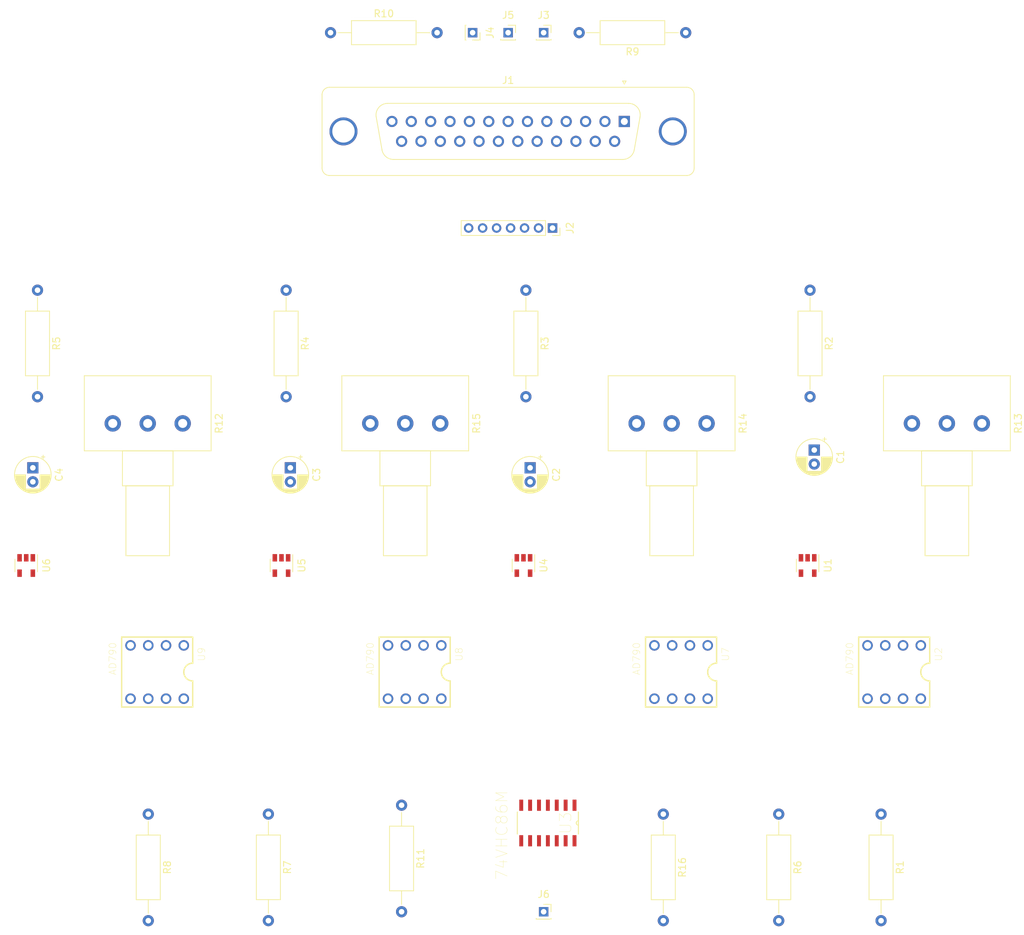
<source format=kicad_pcb>
(kicad_pcb (version 20171130) (host pcbnew "(5.0.1)-4")

  (general
    (thickness 1.6)
    (drawings 0)
    (tracks 0)
    (zones 0)
    (modules 35)
    (nets 39)
  )

  (page A4)
  (layers
    (0 F.Cu signal)
    (31 B.Cu signal)
    (32 B.Adhes user)
    (33 F.Adhes user)
    (34 B.Paste user)
    (35 F.Paste user)
    (36 B.SilkS user)
    (37 F.SilkS user)
    (38 B.Mask user)
    (39 F.Mask user)
    (40 Dwgs.User user)
    (41 Cmts.User user)
    (42 Eco1.User user)
    (43 Eco2.User user)
    (44 Edge.Cuts user)
    (45 Margin user)
    (46 B.CrtYd user)
    (47 F.CrtYd user)
    (48 B.Fab user)
    (49 F.Fab user)
  )

  (setup
    (last_trace_width 0.25)
    (trace_clearance 0.2)
    (zone_clearance 0.508)
    (zone_45_only no)
    (trace_min 0.2)
    (segment_width 0.2)
    (edge_width 0.15)
    (via_size 0.8)
    (via_drill 0.4)
    (via_min_size 0.4)
    (via_min_drill 0.3)
    (uvia_size 0.3)
    (uvia_drill 0.1)
    (uvias_allowed no)
    (uvia_min_size 0.2)
    (uvia_min_drill 0.1)
    (pcb_text_width 0.3)
    (pcb_text_size 1.5 1.5)
    (mod_edge_width 0.15)
    (mod_text_size 1 1)
    (mod_text_width 0.15)
    (pad_size 1.6 1.6)
    (pad_drill 0.8)
    (pad_to_mask_clearance 0.051)
    (solder_mask_min_width 0.25)
    (aux_axis_origin 0 0)
    (visible_elements 7FFFFFFF)
    (pcbplotparams
      (layerselection 0x010fc_ffffffff)
      (usegerberextensions false)
      (usegerberattributes false)
      (usegerberadvancedattributes false)
      (creategerberjobfile false)
      (excludeedgelayer true)
      (linewidth 0.100000)
      (plotframeref false)
      (viasonmask false)
      (mode 1)
      (useauxorigin false)
      (hpglpennumber 1)
      (hpglpenspeed 20)
      (hpglpendiameter 15.000000)
      (psnegative false)
      (psa4output false)
      (plotreference true)
      (plotvalue true)
      (plotinvisibletext false)
      (padsonsilk false)
      (subtractmaskfromsilk false)
      (outputformat 1)
      (mirror false)
      (drillshape 1)
      (scaleselection 1)
      (outputdirectory "../../../../../"))
  )

  (net 0 "")
  (net 1 "Net-(C3-Pad1)")
  (net 2 GND)
  (net 3 "Net-(C1-Pad1)")
  (net 4 "Net-(C2-Pad1)")
  (net 5 "Net-(C4-Pad1)")
  (net 6 "Net-(J1-Pad1)")
  (net 7 "Net-(J1-Pad2)")
  (net 8 "Net-(J1-Pad3)")
  (net 9 "Net-(J1-Pad4)")
  (net 10 "Net-(J1-Pad6)")
  (net 11 "Net-(J1-Pad12)")
  (net 12 "Net-(J1-Pad14)")
  (net 13 "Net-(J1-Pad15)")
  (net 14 "Net-(J1-Pad16)")
  (net 15 "Net-(J1-Pad18)")
  (net 16 "Net-(J1-Pad25)")
  (net 17 "Net-(U3-Pad10)")
  (net 18 "Net-(R11-Pad2)")
  (net 19 "Net-(R8-Pad1)")
  (net 20 "Net-(R6-Pad1)")
  (net 21 "Net-(R7-Pad1)")
  (net 22 "Net-(R1-Pad1)")
  (net 23 "Net-(R13-Pad2)")
  (net 24 "Net-(R12-Pad2)")
  (net 25 "Net-(R14-Pad2)")
  (net 26 "Net-(R15-Pad2)")
  (net 27 "Net-(R16-Pad2)")
  (net 28 "Net-(J2-Pad1)")
  (net 29 "Net-(J2-Pad2)")
  (net 30 "Net-(J2-Pad3)")
  (net 31 "Net-(J2-Pad4)")
  (net 32 "Net-(U2-Pad7)")
  (net 33 "Net-(U3-Pad4)")
  (net 34 "Net-(U3-Pad2)")
  (net 35 "Net-(U3-Pad5)")
  (net 36 "Net-(U3-Pad6)")
  (net 37 "Net-(J1-Pad13)")
  (net 38 "Net-(J6-Pad1)")

  (net_class Default "This is the default net class."
    (clearance 0.2)
    (trace_width 0.25)
    (via_dia 0.8)
    (via_drill 0.4)
    (uvia_dia 0.3)
    (uvia_drill 0.1)
    (add_net GND)
    (add_net "Net-(C1-Pad1)")
    (add_net "Net-(C2-Pad1)")
    (add_net "Net-(C3-Pad1)")
    (add_net "Net-(C4-Pad1)")
    (add_net "Net-(J1-Pad1)")
    (add_net "Net-(J1-Pad12)")
    (add_net "Net-(J1-Pad13)")
    (add_net "Net-(J1-Pad14)")
    (add_net "Net-(J1-Pad15)")
    (add_net "Net-(J1-Pad16)")
    (add_net "Net-(J1-Pad18)")
    (add_net "Net-(J1-Pad2)")
    (add_net "Net-(J1-Pad25)")
    (add_net "Net-(J1-Pad3)")
    (add_net "Net-(J1-Pad4)")
    (add_net "Net-(J1-Pad6)")
    (add_net "Net-(J2-Pad1)")
    (add_net "Net-(J2-Pad2)")
    (add_net "Net-(J2-Pad3)")
    (add_net "Net-(J2-Pad4)")
    (add_net "Net-(J6-Pad1)")
    (add_net "Net-(R1-Pad1)")
    (add_net "Net-(R11-Pad2)")
    (add_net "Net-(R12-Pad2)")
    (add_net "Net-(R13-Pad2)")
    (add_net "Net-(R14-Pad2)")
    (add_net "Net-(R15-Pad2)")
    (add_net "Net-(R16-Pad2)")
    (add_net "Net-(R6-Pad1)")
    (add_net "Net-(R7-Pad1)")
    (add_net "Net-(R8-Pad1)")
    (add_net "Net-(U2-Pad7)")
    (add_net "Net-(U3-Pad10)")
    (add_net "Net-(U3-Pad2)")
    (add_net "Net-(U3-Pad4)")
    (add_net "Net-(U3-Pad5)")
    (add_net "Net-(U3-Pad6)")
  )

  (module Resistor_THT:R_Axial_DIN0309_L9.0mm_D3.2mm_P15.24mm_Horizontal (layer F.Cu) (tedit 5AE5139B) (tstamp 5C130B77)
    (at 99.06 135.89 270)
    (descr "Resistor, Axial_DIN0309 series, Axial, Horizontal, pin pitch=15.24mm, 0.5W = 1/2W, length*diameter=9*3.2mm^2, http://cdn-reichelt.de/documents/datenblatt/B400/1_4W%23YAG.pdf")
    (tags "Resistor Axial_DIN0309 series Axial Horizontal pin pitch 15.24mm 0.5W = 1/2W length 9mm diameter 3.2mm")
    (path /5C0F53C8)
    (fp_text reference R11 (at 7.62 -2.72 270) (layer F.SilkS)
      (effects (font (size 1 1) (thickness 0.15)))
    )
    (fp_text value 1625873-3 (at 7.62 2.72 270) (layer F.Fab)
      (effects (font (size 1 1) (thickness 0.15)))
    )
    (fp_line (start 3.12 -1.6) (end 3.12 1.6) (layer F.Fab) (width 0.1))
    (fp_line (start 3.12 1.6) (end 12.12 1.6) (layer F.Fab) (width 0.1))
    (fp_line (start 12.12 1.6) (end 12.12 -1.6) (layer F.Fab) (width 0.1))
    (fp_line (start 12.12 -1.6) (end 3.12 -1.6) (layer F.Fab) (width 0.1))
    (fp_line (start 0 0) (end 3.12 0) (layer F.Fab) (width 0.1))
    (fp_line (start 15.24 0) (end 12.12 0) (layer F.Fab) (width 0.1))
    (fp_line (start 3 -1.72) (end 3 1.72) (layer F.SilkS) (width 0.12))
    (fp_line (start 3 1.72) (end 12.24 1.72) (layer F.SilkS) (width 0.12))
    (fp_line (start 12.24 1.72) (end 12.24 -1.72) (layer F.SilkS) (width 0.12))
    (fp_line (start 12.24 -1.72) (end 3 -1.72) (layer F.SilkS) (width 0.12))
    (fp_line (start 1.04 0) (end 3 0) (layer F.SilkS) (width 0.12))
    (fp_line (start 14.2 0) (end 12.24 0) (layer F.SilkS) (width 0.12))
    (fp_line (start -1.05 -1.85) (end -1.05 1.85) (layer F.CrtYd) (width 0.05))
    (fp_line (start -1.05 1.85) (end 16.29 1.85) (layer F.CrtYd) (width 0.05))
    (fp_line (start 16.29 1.85) (end 16.29 -1.85) (layer F.CrtYd) (width 0.05))
    (fp_line (start 16.29 -1.85) (end -1.05 -1.85) (layer F.CrtYd) (width 0.05))
    (fp_text user %R (at 7.62 0 270) (layer F.Fab)
      (effects (font (size 1 1) (thickness 0.15)))
    )
    (pad 1 thru_hole circle (at 0 0 270) (size 1.6 1.6) (drill 0.8) (layers *.Cu *.Mask)
      (net 2 GND))
    (pad 2 thru_hole oval (at 15.24 0 270) (size 1.6 1.6) (drill 0.8) (layers *.Cu *.Mask)
      (net 18 "Net-(R11-Pad2)"))
    (model ${KISYS3DMOD}/Resistor_THT.3dshapes/R_Axial_DIN0309_L9.0mm_D3.2mm_P15.24mm_Horizontal.wrl
      (at (xyz 0 0 0))
      (scale (xyz 1 1 1))
      (rotate (xyz 0 0 0))
    )
  )

  (module Connector_PinSocket_2.00mm:PinSocket_1x01_P2.00mm_Vertical (layer F.Cu) (tedit 5A19A430) (tstamp 5C12E2E2)
    (at 119.38 25.4)
    (descr "Through hole straight socket strip, 1x01, 2.00mm pitch, single row (from Kicad 4.0.7), script generated")
    (tags "Through hole socket strip THT 1x01 2.00mm single row")
    (path /5C1B1882)
    (fp_text reference J3 (at 0 -2.5) (layer F.SilkS)
      (effects (font (size 1 1) (thickness 0.15)))
    )
    (fp_text value Conn_01x01 (at 0 2.5) (layer F.Fab)
      (effects (font (size 1 1) (thickness 0.15)))
    )
    (fp_text user %R (at 0 0) (layer F.Fab)
      (effects (font (size 1 1) (thickness 0.15)))
    )
    (fp_line (start -1.5 1.5) (end -1.5 -1.5) (layer F.CrtYd) (width 0.05))
    (fp_line (start 1.5 1.5) (end -1.5 1.5) (layer F.CrtYd) (width 0.05))
    (fp_line (start 1.5 -1.5) (end 1.5 1.5) (layer F.CrtYd) (width 0.05))
    (fp_line (start -1.5 -1.5) (end 1.5 -1.5) (layer F.CrtYd) (width 0.05))
    (fp_line (start 0 -1.06) (end 1.06 -1.06) (layer F.SilkS) (width 0.12))
    (fp_line (start 1.06 -1.06) (end 1.06 0) (layer F.SilkS) (width 0.12))
    (fp_line (start 1.06 0.94) (end 1.06 1.06) (layer F.SilkS) (width 0.12))
    (fp_line (start -1.06 0.94) (end -1.06 1.06) (layer F.SilkS) (width 0.12))
    (fp_line (start -1.06 1.06) (end 1.06 1.06) (layer F.SilkS) (width 0.12))
    (fp_line (start -1 1) (end -1 -1) (layer F.Fab) (width 0.1))
    (fp_line (start 1 1) (end -1 1) (layer F.Fab) (width 0.1))
    (fp_line (start 1 -0.5) (end 1 1) (layer F.Fab) (width 0.1))
    (fp_line (start 0.5 -1) (end 1 -0.5) (layer F.Fab) (width 0.1))
    (fp_line (start -1 -1) (end 0.5 -1) (layer F.Fab) (width 0.1))
    (pad 1 thru_hole rect (at 0 0) (size 1.35 1.35) (drill 0.8) (layers *.Cu *.Mask)
      (net 2 GND))
    (model ${KISYS3DMOD}/Connector_PinSocket_2.00mm.3dshapes/PinSocket_1x01_P2.00mm_Vertical.wrl
      (at (xyz 0 0 0))
      (scale (xyz 1 1 1))
      (rotate (xyz 0 0 0))
    )
  )

  (module Connector_PinSocket_2.00mm:PinSocket_1x01_P2.00mm_Vertical (layer F.Cu) (tedit 5A19A430) (tstamp 5C12E2CF)
    (at 109.22 25.4 270)
    (descr "Through hole straight socket strip, 1x01, 2.00mm pitch, single row (from Kicad 4.0.7), script generated")
    (tags "Through hole socket strip THT 1x01 2.00mm single row")
    (path /5C174A6B)
    (fp_text reference J4 (at 0 -2.5 270) (layer F.SilkS)
      (effects (font (size 1 1) (thickness 0.15)))
    )
    (fp_text value Conn_01x01 (at 0 2.5 270) (layer F.Fab)
      (effects (font (size 1 1) (thickness 0.15)))
    )
    (fp_line (start -1 -1) (end 0.5 -1) (layer F.Fab) (width 0.1))
    (fp_line (start 0.5 -1) (end 1 -0.5) (layer F.Fab) (width 0.1))
    (fp_line (start 1 -0.5) (end 1 1) (layer F.Fab) (width 0.1))
    (fp_line (start 1 1) (end -1 1) (layer F.Fab) (width 0.1))
    (fp_line (start -1 1) (end -1 -1) (layer F.Fab) (width 0.1))
    (fp_line (start -1.06 1.06) (end 1.06 1.06) (layer F.SilkS) (width 0.12))
    (fp_line (start -1.06 0.94) (end -1.06 1.06) (layer F.SilkS) (width 0.12))
    (fp_line (start 1.06 0.94) (end 1.06 1.06) (layer F.SilkS) (width 0.12))
    (fp_line (start 1.06 -1.06) (end 1.06 0) (layer F.SilkS) (width 0.12))
    (fp_line (start 0 -1.06) (end 1.06 -1.06) (layer F.SilkS) (width 0.12))
    (fp_line (start -1.5 -1.5) (end 1.5 -1.5) (layer F.CrtYd) (width 0.05))
    (fp_line (start 1.5 -1.5) (end 1.5 1.5) (layer F.CrtYd) (width 0.05))
    (fp_line (start 1.5 1.5) (end -1.5 1.5) (layer F.CrtYd) (width 0.05))
    (fp_line (start -1.5 1.5) (end -1.5 -1.5) (layer F.CrtYd) (width 0.05))
    (fp_text user %R (at 0 0 270) (layer F.Fab)
      (effects (font (size 1 1) (thickness 0.15)))
    )
    (pad 1 thru_hole rect (at 0 0 270) (size 1.35 1.35) (drill 0.8) (layers *.Cu *.Mask)
      (net 37 "Net-(J1-Pad13)"))
    (model ${KISYS3DMOD}/Connector_PinSocket_2.00mm.3dshapes/PinSocket_1x01_P2.00mm_Vertical.wrl
      (at (xyz 0 0 0))
      (scale (xyz 1 1 1))
      (rotate (xyz 0 0 0))
    )
  )

  (module Connector_PinSocket_2.00mm:PinSocket_1x01_P2.00mm_Vertical (layer F.Cu) (tedit 5A19A430) (tstamp 5C12E2BC)
    (at 114.3 25.4)
    (descr "Through hole straight socket strip, 1x01, 2.00mm pitch, single row (from Kicad 4.0.7), script generated")
    (tags "Through hole socket strip THT 1x01 2.00mm single row")
    (path /5C272A2D)
    (fp_text reference J5 (at 0 -2.5) (layer F.SilkS)
      (effects (font (size 1 1) (thickness 0.15)))
    )
    (fp_text value Conn_01x01 (at 0 2.5) (layer F.Fab)
      (effects (font (size 1 1) (thickness 0.15)))
    )
    (fp_text user %R (at 0 0) (layer F.Fab)
      (effects (font (size 1 1) (thickness 0.15)))
    )
    (fp_line (start -1.5 1.5) (end -1.5 -1.5) (layer F.CrtYd) (width 0.05))
    (fp_line (start 1.5 1.5) (end -1.5 1.5) (layer F.CrtYd) (width 0.05))
    (fp_line (start 1.5 -1.5) (end 1.5 1.5) (layer F.CrtYd) (width 0.05))
    (fp_line (start -1.5 -1.5) (end 1.5 -1.5) (layer F.CrtYd) (width 0.05))
    (fp_line (start 0 -1.06) (end 1.06 -1.06) (layer F.SilkS) (width 0.12))
    (fp_line (start 1.06 -1.06) (end 1.06 0) (layer F.SilkS) (width 0.12))
    (fp_line (start 1.06 0.94) (end 1.06 1.06) (layer F.SilkS) (width 0.12))
    (fp_line (start -1.06 0.94) (end -1.06 1.06) (layer F.SilkS) (width 0.12))
    (fp_line (start -1.06 1.06) (end 1.06 1.06) (layer F.SilkS) (width 0.12))
    (fp_line (start -1 1) (end -1 -1) (layer F.Fab) (width 0.1))
    (fp_line (start 1 1) (end -1 1) (layer F.Fab) (width 0.1))
    (fp_line (start 1 -0.5) (end 1 1) (layer F.Fab) (width 0.1))
    (fp_line (start 0.5 -1) (end 1 -0.5) (layer F.Fab) (width 0.1))
    (fp_line (start -1 -1) (end 0.5 -1) (layer F.Fab) (width 0.1))
    (pad 1 thru_hole rect (at 0 0) (size 1.35 1.35) (drill 0.8) (layers *.Cu *.Mask)
      (net 11 "Net-(J1-Pad12)"))
    (model ${KISYS3DMOD}/Connector_PinSocket_2.00mm.3dshapes/PinSocket_1x01_P2.00mm_Vertical.wrl
      (at (xyz 0 0 0))
      (scale (xyz 1 1 1))
      (rotate (xyz 0 0 0))
    )
  )

  (module Connector_PinSocket_2.00mm:PinSocket_1x01_P2.00mm_Vertical (layer F.Cu) (tedit 5A19A430) (tstamp 5C12E2A9)
    (at 119.38 151.13)
    (descr "Through hole straight socket strip, 1x01, 2.00mm pitch, single row (from Kicad 4.0.7), script generated")
    (tags "Through hole socket strip THT 1x01 2.00mm single row")
    (path /5C1A54CC)
    (fp_text reference J6 (at 0 -2.5) (layer F.SilkS)
      (effects (font (size 1 1) (thickness 0.15)))
    )
    (fp_text value Conn_01x01 (at 0 2.5) (layer F.Fab)
      (effects (font (size 1 1) (thickness 0.15)))
    )
    (fp_line (start -1 -1) (end 0.5 -1) (layer F.Fab) (width 0.1))
    (fp_line (start 0.5 -1) (end 1 -0.5) (layer F.Fab) (width 0.1))
    (fp_line (start 1 -0.5) (end 1 1) (layer F.Fab) (width 0.1))
    (fp_line (start 1 1) (end -1 1) (layer F.Fab) (width 0.1))
    (fp_line (start -1 1) (end -1 -1) (layer F.Fab) (width 0.1))
    (fp_line (start -1.06 1.06) (end 1.06 1.06) (layer F.SilkS) (width 0.12))
    (fp_line (start -1.06 0.94) (end -1.06 1.06) (layer F.SilkS) (width 0.12))
    (fp_line (start 1.06 0.94) (end 1.06 1.06) (layer F.SilkS) (width 0.12))
    (fp_line (start 1.06 -1.06) (end 1.06 0) (layer F.SilkS) (width 0.12))
    (fp_line (start 0 -1.06) (end 1.06 -1.06) (layer F.SilkS) (width 0.12))
    (fp_line (start -1.5 -1.5) (end 1.5 -1.5) (layer F.CrtYd) (width 0.05))
    (fp_line (start 1.5 -1.5) (end 1.5 1.5) (layer F.CrtYd) (width 0.05))
    (fp_line (start 1.5 1.5) (end -1.5 1.5) (layer F.CrtYd) (width 0.05))
    (fp_line (start -1.5 1.5) (end -1.5 -1.5) (layer F.CrtYd) (width 0.05))
    (fp_text user %R (at 0 0) (layer F.Fab)
      (effects (font (size 1 1) (thickness 0.15)))
    )
    (pad 1 thru_hole rect (at 0 0) (size 1.35 1.35) (drill 0.8) (layers *.Cu *.Mask)
      (net 38 "Net-(J6-Pad1)"))
    (model ${KISYS3DMOD}/Connector_PinSocket_2.00mm.3dshapes/PinSocket_1x01_P2.00mm_Vertical.wrl
      (at (xyz 0 0 0))
      (scale (xyz 1 1 1))
      (rotate (xyz 0 0 0))
    )
  )

  (module Connector_PinSocket_2.00mm:PinSocket_1x07_P2.00mm_Vertical (layer F.Cu) (tedit 5A19A424) (tstamp 5C12E28F)
    (at 120.65 53.34 270)
    (descr "Through hole straight socket strip, 1x07, 2.00mm pitch, single row (from Kicad 4.0.7), script generated")
    (tags "Through hole socket strip THT 1x07 2.00mm single row")
    (path /5C1B3975)
    (fp_text reference J2 (at 0 -2.5 270) (layer F.SilkS)
      (effects (font (size 1 1) (thickness 0.15)))
    )
    (fp_text value Conn_01x07 (at 0 14.5 270) (layer F.Fab)
      (effects (font (size 1 1) (thickness 0.15)))
    )
    (fp_line (start -1 -1) (end 0.5 -1) (layer F.Fab) (width 0.1))
    (fp_line (start 0.5 -1) (end 1 -0.5) (layer F.Fab) (width 0.1))
    (fp_line (start 1 -0.5) (end 1 13) (layer F.Fab) (width 0.1))
    (fp_line (start 1 13) (end -1 13) (layer F.Fab) (width 0.1))
    (fp_line (start -1 13) (end -1 -1) (layer F.Fab) (width 0.1))
    (fp_line (start -1.06 1) (end 1.06 1) (layer F.SilkS) (width 0.12))
    (fp_line (start -1.06 1) (end -1.06 13.06) (layer F.SilkS) (width 0.12))
    (fp_line (start -1.06 13.06) (end 1.06 13.06) (layer F.SilkS) (width 0.12))
    (fp_line (start 1.06 1) (end 1.06 13.06) (layer F.SilkS) (width 0.12))
    (fp_line (start 1.06 -1.06) (end 1.06 0) (layer F.SilkS) (width 0.12))
    (fp_line (start 0 -1.06) (end 1.06 -1.06) (layer F.SilkS) (width 0.12))
    (fp_line (start -1.5 -1.5) (end 1.5 -1.5) (layer F.CrtYd) (width 0.05))
    (fp_line (start 1.5 -1.5) (end 1.5 13.5) (layer F.CrtYd) (width 0.05))
    (fp_line (start 1.5 13.5) (end -1.5 13.5) (layer F.CrtYd) (width 0.05))
    (fp_line (start -1.5 13.5) (end -1.5 -1.5) (layer F.CrtYd) (width 0.05))
    (fp_text user %R (at 0 6) (layer F.Fab)
      (effects (font (size 1 1) (thickness 0.15)))
    )
    (pad 1 thru_hole rect (at 0 0 270) (size 1.35 1.35) (drill 0.8) (layers *.Cu *.Mask)
      (net 28 "Net-(J2-Pad1)"))
    (pad 2 thru_hole oval (at 0 2 270) (size 1.35 1.35) (drill 0.8) (layers *.Cu *.Mask)
      (net 29 "Net-(J2-Pad2)"))
    (pad 3 thru_hole oval (at 0 4 270) (size 1.35 1.35) (drill 0.8) (layers *.Cu *.Mask)
      (net 30 "Net-(J2-Pad3)"))
    (pad 4 thru_hole oval (at 0 6 270) (size 1.35 1.35) (drill 0.8) (layers *.Cu *.Mask)
      (net 31 "Net-(J2-Pad4)"))
    (pad 5 thru_hole oval (at 0 8 270) (size 1.35 1.35) (drill 0.8) (layers *.Cu *.Mask)
      (net 8 "Net-(J1-Pad3)"))
    (pad 6 thru_hole oval (at 0 10 270) (size 1.35 1.35) (drill 0.8) (layers *.Cu *.Mask)
      (net 14 "Net-(J1-Pad16)"))
    (pad 7 thru_hole oval (at 0 12 270) (size 1.35 1.35) (drill 0.8) (layers *.Cu *.Mask)
      (net 9 "Net-(J1-Pad4)"))
    (model ${KISYS3DMOD}/Connector_PinSocket_2.00mm.3dshapes/PinSocket_1x07_P2.00mm_Vertical.wrl
      (at (xyz 0 0 0))
      (scale (xyz 1 1 1))
      (rotate (xyz 0 0 0))
    )
  )

  (module Capacitor_THT:CP_Radial_D5.0mm_P2.00mm (layer F.Cu) (tedit 5AE50EF0) (tstamp 5C17CE4F)
    (at 117.44337 87.63576 270)
    (descr "CP, Radial series, Radial, pin pitch=2.00mm, , diameter=5mm, Electrolytic Capacitor")
    (tags "CP Radial series Radial pin pitch 2.00mm  diameter 5mm Electrolytic Capacitor")
    (path /5C2C03D6)
    (fp_text reference C2 (at 1 -3.75 270) (layer F.SilkS)
      (effects (font (size 1 1) (thickness 0.15)))
    )
    (fp_text value GRM188R60J106ME47D (at 1 3.75 270) (layer F.Fab)
      (effects (font (size 1 1) (thickness 0.15)))
    )
    (fp_circle (center 1 0) (end 3.5 0) (layer F.Fab) (width 0.1))
    (fp_circle (center 1 0) (end 3.62 0) (layer F.SilkS) (width 0.12))
    (fp_circle (center 1 0) (end 3.75 0) (layer F.CrtYd) (width 0.05))
    (fp_line (start -1.133605 -1.0875) (end -0.633605 -1.0875) (layer F.Fab) (width 0.1))
    (fp_line (start -0.883605 -1.3375) (end -0.883605 -0.8375) (layer F.Fab) (width 0.1))
    (fp_line (start 1 1.04) (end 1 2.58) (layer F.SilkS) (width 0.12))
    (fp_line (start 1 -2.58) (end 1 -1.04) (layer F.SilkS) (width 0.12))
    (fp_line (start 1.04 1.04) (end 1.04 2.58) (layer F.SilkS) (width 0.12))
    (fp_line (start 1.04 -2.58) (end 1.04 -1.04) (layer F.SilkS) (width 0.12))
    (fp_line (start 1.08 -2.579) (end 1.08 -1.04) (layer F.SilkS) (width 0.12))
    (fp_line (start 1.08 1.04) (end 1.08 2.579) (layer F.SilkS) (width 0.12))
    (fp_line (start 1.12 -2.578) (end 1.12 -1.04) (layer F.SilkS) (width 0.12))
    (fp_line (start 1.12 1.04) (end 1.12 2.578) (layer F.SilkS) (width 0.12))
    (fp_line (start 1.16 -2.576) (end 1.16 -1.04) (layer F.SilkS) (width 0.12))
    (fp_line (start 1.16 1.04) (end 1.16 2.576) (layer F.SilkS) (width 0.12))
    (fp_line (start 1.2 -2.573) (end 1.2 -1.04) (layer F.SilkS) (width 0.12))
    (fp_line (start 1.2 1.04) (end 1.2 2.573) (layer F.SilkS) (width 0.12))
    (fp_line (start 1.24 -2.569) (end 1.24 -1.04) (layer F.SilkS) (width 0.12))
    (fp_line (start 1.24 1.04) (end 1.24 2.569) (layer F.SilkS) (width 0.12))
    (fp_line (start 1.28 -2.565) (end 1.28 -1.04) (layer F.SilkS) (width 0.12))
    (fp_line (start 1.28 1.04) (end 1.28 2.565) (layer F.SilkS) (width 0.12))
    (fp_line (start 1.32 -2.561) (end 1.32 -1.04) (layer F.SilkS) (width 0.12))
    (fp_line (start 1.32 1.04) (end 1.32 2.561) (layer F.SilkS) (width 0.12))
    (fp_line (start 1.36 -2.556) (end 1.36 -1.04) (layer F.SilkS) (width 0.12))
    (fp_line (start 1.36 1.04) (end 1.36 2.556) (layer F.SilkS) (width 0.12))
    (fp_line (start 1.4 -2.55) (end 1.4 -1.04) (layer F.SilkS) (width 0.12))
    (fp_line (start 1.4 1.04) (end 1.4 2.55) (layer F.SilkS) (width 0.12))
    (fp_line (start 1.44 -2.543) (end 1.44 -1.04) (layer F.SilkS) (width 0.12))
    (fp_line (start 1.44 1.04) (end 1.44 2.543) (layer F.SilkS) (width 0.12))
    (fp_line (start 1.48 -2.536) (end 1.48 -1.04) (layer F.SilkS) (width 0.12))
    (fp_line (start 1.48 1.04) (end 1.48 2.536) (layer F.SilkS) (width 0.12))
    (fp_line (start 1.52 -2.528) (end 1.52 -1.04) (layer F.SilkS) (width 0.12))
    (fp_line (start 1.52 1.04) (end 1.52 2.528) (layer F.SilkS) (width 0.12))
    (fp_line (start 1.56 -2.52) (end 1.56 -1.04) (layer F.SilkS) (width 0.12))
    (fp_line (start 1.56 1.04) (end 1.56 2.52) (layer F.SilkS) (width 0.12))
    (fp_line (start 1.6 -2.511) (end 1.6 -1.04) (layer F.SilkS) (width 0.12))
    (fp_line (start 1.6 1.04) (end 1.6 2.511) (layer F.SilkS) (width 0.12))
    (fp_line (start 1.64 -2.501) (end 1.64 -1.04) (layer F.SilkS) (width 0.12))
    (fp_line (start 1.64 1.04) (end 1.64 2.501) (layer F.SilkS) (width 0.12))
    (fp_line (start 1.68 -2.491) (end 1.68 -1.04) (layer F.SilkS) (width 0.12))
    (fp_line (start 1.68 1.04) (end 1.68 2.491) (layer F.SilkS) (width 0.12))
    (fp_line (start 1.721 -2.48) (end 1.721 -1.04) (layer F.SilkS) (width 0.12))
    (fp_line (start 1.721 1.04) (end 1.721 2.48) (layer F.SilkS) (width 0.12))
    (fp_line (start 1.761 -2.468) (end 1.761 -1.04) (layer F.SilkS) (width 0.12))
    (fp_line (start 1.761 1.04) (end 1.761 2.468) (layer F.SilkS) (width 0.12))
    (fp_line (start 1.801 -2.455) (end 1.801 -1.04) (layer F.SilkS) (width 0.12))
    (fp_line (start 1.801 1.04) (end 1.801 2.455) (layer F.SilkS) (width 0.12))
    (fp_line (start 1.841 -2.442) (end 1.841 -1.04) (layer F.SilkS) (width 0.12))
    (fp_line (start 1.841 1.04) (end 1.841 2.442) (layer F.SilkS) (width 0.12))
    (fp_line (start 1.881 -2.428) (end 1.881 -1.04) (layer F.SilkS) (width 0.12))
    (fp_line (start 1.881 1.04) (end 1.881 2.428) (layer F.SilkS) (width 0.12))
    (fp_line (start 1.921 -2.414) (end 1.921 -1.04) (layer F.SilkS) (width 0.12))
    (fp_line (start 1.921 1.04) (end 1.921 2.414) (layer F.SilkS) (width 0.12))
    (fp_line (start 1.961 -2.398) (end 1.961 -1.04) (layer F.SilkS) (width 0.12))
    (fp_line (start 1.961 1.04) (end 1.961 2.398) (layer F.SilkS) (width 0.12))
    (fp_line (start 2.001 -2.382) (end 2.001 -1.04) (layer F.SilkS) (width 0.12))
    (fp_line (start 2.001 1.04) (end 2.001 2.382) (layer F.SilkS) (width 0.12))
    (fp_line (start 2.041 -2.365) (end 2.041 -1.04) (layer F.SilkS) (width 0.12))
    (fp_line (start 2.041 1.04) (end 2.041 2.365) (layer F.SilkS) (width 0.12))
    (fp_line (start 2.081 -2.348) (end 2.081 -1.04) (layer F.SilkS) (width 0.12))
    (fp_line (start 2.081 1.04) (end 2.081 2.348) (layer F.SilkS) (width 0.12))
    (fp_line (start 2.121 -2.329) (end 2.121 -1.04) (layer F.SilkS) (width 0.12))
    (fp_line (start 2.121 1.04) (end 2.121 2.329) (layer F.SilkS) (width 0.12))
    (fp_line (start 2.161 -2.31) (end 2.161 -1.04) (layer F.SilkS) (width 0.12))
    (fp_line (start 2.161 1.04) (end 2.161 2.31) (layer F.SilkS) (width 0.12))
    (fp_line (start 2.201 -2.29) (end 2.201 -1.04) (layer F.SilkS) (width 0.12))
    (fp_line (start 2.201 1.04) (end 2.201 2.29) (layer F.SilkS) (width 0.12))
    (fp_line (start 2.241 -2.268) (end 2.241 -1.04) (layer F.SilkS) (width 0.12))
    (fp_line (start 2.241 1.04) (end 2.241 2.268) (layer F.SilkS) (width 0.12))
    (fp_line (start 2.281 -2.247) (end 2.281 -1.04) (layer F.SilkS) (width 0.12))
    (fp_line (start 2.281 1.04) (end 2.281 2.247) (layer F.SilkS) (width 0.12))
    (fp_line (start 2.321 -2.224) (end 2.321 -1.04) (layer F.SilkS) (width 0.12))
    (fp_line (start 2.321 1.04) (end 2.321 2.224) (layer F.SilkS) (width 0.12))
    (fp_line (start 2.361 -2.2) (end 2.361 -1.04) (layer F.SilkS) (width 0.12))
    (fp_line (start 2.361 1.04) (end 2.361 2.2) (layer F.SilkS) (width 0.12))
    (fp_line (start 2.401 -2.175) (end 2.401 -1.04) (layer F.SilkS) (width 0.12))
    (fp_line (start 2.401 1.04) (end 2.401 2.175) (layer F.SilkS) (width 0.12))
    (fp_line (start 2.441 -2.149) (end 2.441 -1.04) (layer F.SilkS) (width 0.12))
    (fp_line (start 2.441 1.04) (end 2.441 2.149) (layer F.SilkS) (width 0.12))
    (fp_line (start 2.481 -2.122) (end 2.481 -1.04) (layer F.SilkS) (width 0.12))
    (fp_line (start 2.481 1.04) (end 2.481 2.122) (layer F.SilkS) (width 0.12))
    (fp_line (start 2.521 -2.095) (end 2.521 -1.04) (layer F.SilkS) (width 0.12))
    (fp_line (start 2.521 1.04) (end 2.521 2.095) (layer F.SilkS) (width 0.12))
    (fp_line (start 2.561 -2.065) (end 2.561 -1.04) (layer F.SilkS) (width 0.12))
    (fp_line (start 2.561 1.04) (end 2.561 2.065) (layer F.SilkS) (width 0.12))
    (fp_line (start 2.601 -2.035) (end 2.601 -1.04) (layer F.SilkS) (width 0.12))
    (fp_line (start 2.601 1.04) (end 2.601 2.035) (layer F.SilkS) (width 0.12))
    (fp_line (start 2.641 -2.004) (end 2.641 -1.04) (layer F.SilkS) (width 0.12))
    (fp_line (start 2.641 1.04) (end 2.641 2.004) (layer F.SilkS) (width 0.12))
    (fp_line (start 2.681 -1.971) (end 2.681 -1.04) (layer F.SilkS) (width 0.12))
    (fp_line (start 2.681 1.04) (end 2.681 1.971) (layer F.SilkS) (width 0.12))
    (fp_line (start 2.721 -1.937) (end 2.721 -1.04) (layer F.SilkS) (width 0.12))
    (fp_line (start 2.721 1.04) (end 2.721 1.937) (layer F.SilkS) (width 0.12))
    (fp_line (start 2.761 -1.901) (end 2.761 -1.04) (layer F.SilkS) (width 0.12))
    (fp_line (start 2.761 1.04) (end 2.761 1.901) (layer F.SilkS) (width 0.12))
    (fp_line (start 2.801 -1.864) (end 2.801 -1.04) (layer F.SilkS) (width 0.12))
    (fp_line (start 2.801 1.04) (end 2.801 1.864) (layer F.SilkS) (width 0.12))
    (fp_line (start 2.841 -1.826) (end 2.841 -1.04) (layer F.SilkS) (width 0.12))
    (fp_line (start 2.841 1.04) (end 2.841 1.826) (layer F.SilkS) (width 0.12))
    (fp_line (start 2.881 -1.785) (end 2.881 -1.04) (layer F.SilkS) (width 0.12))
    (fp_line (start 2.881 1.04) (end 2.881 1.785) (layer F.SilkS) (width 0.12))
    (fp_line (start 2.921 -1.743) (end 2.921 -1.04) (layer F.SilkS) (width 0.12))
    (fp_line (start 2.921 1.04) (end 2.921 1.743) (layer F.SilkS) (width 0.12))
    (fp_line (start 2.961 -1.699) (end 2.961 -1.04) (layer F.SilkS) (width 0.12))
    (fp_line (start 2.961 1.04) (end 2.961 1.699) (layer F.SilkS) (width 0.12))
    (fp_line (start 3.001 -1.653) (end 3.001 -1.04) (layer F.SilkS) (width 0.12))
    (fp_line (start 3.001 1.04) (end 3.001 1.653) (layer F.SilkS) (width 0.12))
    (fp_line (start 3.041 -1.605) (end 3.041 1.605) (layer F.SilkS) (width 0.12))
    (fp_line (start 3.081 -1.554) (end 3.081 1.554) (layer F.SilkS) (width 0.12))
    (fp_line (start 3.121 -1.5) (end 3.121 1.5) (layer F.SilkS) (width 0.12))
    (fp_line (start 3.161 -1.443) (end 3.161 1.443) (layer F.SilkS) (width 0.12))
    (fp_line (start 3.201 -1.383) (end 3.201 1.383) (layer F.SilkS) (width 0.12))
    (fp_line (start 3.241 -1.319) (end 3.241 1.319) (layer F.SilkS) (width 0.12))
    (fp_line (start 3.281 -1.251) (end 3.281 1.251) (layer F.SilkS) (width 0.12))
    (fp_line (start 3.321 -1.178) (end 3.321 1.178) (layer F.SilkS) (width 0.12))
    (fp_line (start 3.361 -1.098) (end 3.361 1.098) (layer F.SilkS) (width 0.12))
    (fp_line (start 3.401 -1.011) (end 3.401 1.011) (layer F.SilkS) (width 0.12))
    (fp_line (start 3.441 -0.915) (end 3.441 0.915) (layer F.SilkS) (width 0.12))
    (fp_line (start 3.481 -0.805) (end 3.481 0.805) (layer F.SilkS) (width 0.12))
    (fp_line (start 3.521 -0.677) (end 3.521 0.677) (layer F.SilkS) (width 0.12))
    (fp_line (start 3.561 -0.518) (end 3.561 0.518) (layer F.SilkS) (width 0.12))
    (fp_line (start 3.601 -0.284) (end 3.601 0.284) (layer F.SilkS) (width 0.12))
    (fp_line (start -1.804775 -1.475) (end -1.304775 -1.475) (layer F.SilkS) (width 0.12))
    (fp_line (start -1.554775 -1.725) (end -1.554775 -1.225) (layer F.SilkS) (width 0.12))
    (fp_text user %R (at 1 0 270) (layer F.Fab)
      (effects (font (size 1 1) (thickness 0.15)))
    )
    (pad 1 thru_hole rect (at 0 0 270) (size 1.6 1.6) (drill 0.8) (layers *.Cu *.Mask)
      (net 4 "Net-(C2-Pad1)"))
    (pad 2 thru_hole circle (at 2 0 270) (size 1.6 1.6) (drill 0.8) (layers *.Cu *.Mask)
      (net 2 GND))
    (model ${KISYS3DMOD}/Capacitor_THT.3dshapes/CP_Radial_D5.0mm_P2.00mm.wrl
      (at (xyz 0 0 0))
      (scale (xyz 1 1 1))
      (rotate (xyz 0 0 0))
    )
  )

  (module Package_TO_SOT_SMD:SOT-23-5 (layer F.Cu) (tedit 5A02FF57) (tstamp 5C17CCEC)
    (at 45.37337 101.60576 270)
    (descr "5-pin SOT23 package")
    (tags SOT-23-5)
    (path /5C0CB73D)
    (attr smd)
    (fp_text reference U6 (at 0 -2.9 270) (layer F.SilkS)
      (effects (font (size 1 1) (thickness 0.15)))
    )
    (fp_text value MCP6001R (at 0 2.9 270) (layer F.Fab)
      (effects (font (size 1 1) (thickness 0.15)))
    )
    (fp_text user %R (at 0 0) (layer F.Fab)
      (effects (font (size 0.5 0.5) (thickness 0.075)))
    )
    (fp_line (start -0.9 1.61) (end 0.9 1.61) (layer F.SilkS) (width 0.12))
    (fp_line (start 0.9 -1.61) (end -1.55 -1.61) (layer F.SilkS) (width 0.12))
    (fp_line (start -1.9 -1.8) (end 1.9 -1.8) (layer F.CrtYd) (width 0.05))
    (fp_line (start 1.9 -1.8) (end 1.9 1.8) (layer F.CrtYd) (width 0.05))
    (fp_line (start 1.9 1.8) (end -1.9 1.8) (layer F.CrtYd) (width 0.05))
    (fp_line (start -1.9 1.8) (end -1.9 -1.8) (layer F.CrtYd) (width 0.05))
    (fp_line (start -0.9 -0.9) (end -0.25 -1.55) (layer F.Fab) (width 0.1))
    (fp_line (start 0.9 -1.55) (end -0.25 -1.55) (layer F.Fab) (width 0.1))
    (fp_line (start -0.9 -0.9) (end -0.9 1.55) (layer F.Fab) (width 0.1))
    (fp_line (start 0.9 1.55) (end -0.9 1.55) (layer F.Fab) (width 0.1))
    (fp_line (start 0.9 -1.55) (end 0.9 1.55) (layer F.Fab) (width 0.1))
    (pad 1 smd rect (at -1.1 -0.95 270) (size 1.06 0.65) (layers F.Cu F.Paste F.Mask)
      (net 13 "Net-(J1-Pad15)"))
    (pad 2 smd rect (at -1.1 0 270) (size 1.06 0.65) (layers F.Cu F.Paste F.Mask)
      (net 37 "Net-(J1-Pad13)"))
    (pad 3 smd rect (at -1.1 0.95 270) (size 1.06 0.65) (layers F.Cu F.Paste F.Mask)
      (net 5 "Net-(C4-Pad1)"))
    (pad 4 smd rect (at 1.1 0.95 270) (size 1.06 0.65) (layers F.Cu F.Paste F.Mask)
      (net 13 "Net-(J1-Pad15)"))
    (pad 5 smd rect (at 1.1 -0.95 270) (size 1.06 0.65) (layers F.Cu F.Paste F.Mask)
      (net 2 GND))
    (model ${KISYS3DMOD}/Package_TO_SOT_SMD.3dshapes/SOT-23-5.wrl
      (at (xyz 0 0 0))
      (scale (xyz 1 1 1))
      (rotate (xyz 0 0 0))
    )
  )

  (module Potentiometer_THT:Potentiometer_Alps_RK163_Single_Horizontal (layer F.Cu) (tedit 5A3D4993) (tstamp 5C17CCD7)
    (at 94.58337 81.28576 270)
    (descr "Potentiometer, horizontal, Alps RK163 Single, http://www.alps.com/prod/info/E/HTML/Potentiometer/RotaryPotentiometers/RK16/RK16_list.html")
    (tags "Potentiometer horizontal Alps RK163 Single")
    (path /5C0DEFB3)
    (fp_text reference R15 (at 0 -15.2 270) (layer F.SilkS)
      (effects (font (size 1 1) (thickness 0.15)))
    )
    (fp_text value RK163 (at 0 5.2 270) (layer F.Fab)
      (effects (font (size 1 1) (thickness 0.15)))
    )
    (fp_text user %R (at -1.45 -5 270) (layer F.Fab)
      (effects (font (size 1 1) (thickness 0.15)))
    )
    (fp_line (start 19.05 -14.2) (end -6.95 -14.2) (layer F.CrtYd) (width 0.05))
    (fp_line (start 19.05 4.2) (end 19.05 -14.2) (layer F.CrtYd) (width 0.05))
    (fp_line (start -6.95 4.2) (end 19.05 4.2) (layer F.CrtYd) (width 0.05))
    (fp_line (start -6.95 -14.2) (end -6.95 4.2) (layer F.CrtYd) (width 0.05))
    (fp_line (start 18.92 -8.12) (end 18.92 -1.879) (layer F.SilkS) (width 0.12))
    (fp_line (start 8.92 -8.12) (end 8.92 -1.879) (layer F.SilkS) (width 0.12))
    (fp_line (start 8.92 -1.879) (end 18.92 -1.879) (layer F.SilkS) (width 0.12))
    (fp_line (start 8.92 -8.12) (end 18.92 -8.12) (layer F.SilkS) (width 0.12))
    (fp_line (start 8.92 -8.62) (end 8.92 -1.38) (layer F.SilkS) (width 0.12))
    (fp_line (start 3.92 -8.62) (end 3.92 -1.38) (layer F.SilkS) (width 0.12))
    (fp_line (start 3.92 -1.38) (end 8.92 -1.38) (layer F.SilkS) (width 0.12))
    (fp_line (start 3.92 -8.62) (end 8.92 -8.62) (layer F.SilkS) (width 0.12))
    (fp_line (start 3.92 -14.07) (end 3.92 4.07) (layer F.SilkS) (width 0.12))
    (fp_line (start -6.82 -14.07) (end -6.82 4.07) (layer F.SilkS) (width 0.12))
    (fp_line (start -6.82 4.07) (end 3.92 4.07) (layer F.SilkS) (width 0.12))
    (fp_line (start -6.82 -14.07) (end 3.92 -14.07) (layer F.SilkS) (width 0.12))
    (fp_line (start 18.8 -8) (end 8.8 -8) (layer F.Fab) (width 0.1))
    (fp_line (start 18.8 -2) (end 18.8 -8) (layer F.Fab) (width 0.1))
    (fp_line (start 8.8 -2) (end 18.8 -2) (layer F.Fab) (width 0.1))
    (fp_line (start 8.8 -8) (end 8.8 -2) (layer F.Fab) (width 0.1))
    (fp_line (start 8.8 -8.5) (end 3.8 -8.5) (layer F.Fab) (width 0.1))
    (fp_line (start 8.8 -1.5) (end 8.8 -8.5) (layer F.Fab) (width 0.1))
    (fp_line (start 3.8 -1.5) (end 8.8 -1.5) (layer F.Fab) (width 0.1))
    (fp_line (start 3.8 -8.5) (end 3.8 -1.5) (layer F.Fab) (width 0.1))
    (fp_line (start 3.8 -13.95) (end -6.7 -13.95) (layer F.Fab) (width 0.1))
    (fp_line (start 3.8 3.95) (end 3.8 -13.95) (layer F.Fab) (width 0.1))
    (fp_line (start -6.7 3.95) (end 3.8 3.95) (layer F.Fab) (width 0.1))
    (fp_line (start -6.7 -13.95) (end -6.7 3.95) (layer F.Fab) (width 0.1))
    (pad 1 thru_hole circle (at 0 0 270) (size 2.34 2.34) (drill 1.3) (layers *.Cu *.Mask)
      (net 37 "Net-(J1-Pad13)"))
    (pad 2 thru_hole circle (at 0 -5 270) (size 2.34 2.34) (drill 1.3) (layers *.Cu *.Mask)
      (net 26 "Net-(R15-Pad2)"))
    (pad 3 thru_hole circle (at 0 -10 270) (size 2.34 2.34) (drill 1.3) (layers *.Cu *.Mask)
      (net 2 GND))
    (model ${KISYS3DMOD}/Potentiometer_THT.3dshapes/Potentiometer_Alps_RK163_Single_Horizontal.wrl
      (at (xyz 0 0 0))
      (scale (xyz 1 1 1))
      (rotate (xyz 0 0 0))
    )
  )

  (module Package_TO_SOT_SMD:SOT-23-5 (layer F.Cu) (tedit 5A02FF57) (tstamp 5C17CD2B)
    (at 116.49337 101.60576 270)
    (descr "5-pin SOT23 package")
    (tags SOT-23-5)
    (path /5C0C6FC0)
    (attr smd)
    (fp_text reference U4 (at 0 -2.9 270) (layer F.SilkS)
      (effects (font (size 1 1) (thickness 0.15)))
    )
    (fp_text value MCP6001R (at 0 2.9 270) (layer F.Fab)
      (effects (font (size 1 1) (thickness 0.15)))
    )
    (fp_line (start 0.9 -1.55) (end 0.9 1.55) (layer F.Fab) (width 0.1))
    (fp_line (start 0.9 1.55) (end -0.9 1.55) (layer F.Fab) (width 0.1))
    (fp_line (start -0.9 -0.9) (end -0.9 1.55) (layer F.Fab) (width 0.1))
    (fp_line (start 0.9 -1.55) (end -0.25 -1.55) (layer F.Fab) (width 0.1))
    (fp_line (start -0.9 -0.9) (end -0.25 -1.55) (layer F.Fab) (width 0.1))
    (fp_line (start -1.9 1.8) (end -1.9 -1.8) (layer F.CrtYd) (width 0.05))
    (fp_line (start 1.9 1.8) (end -1.9 1.8) (layer F.CrtYd) (width 0.05))
    (fp_line (start 1.9 -1.8) (end 1.9 1.8) (layer F.CrtYd) (width 0.05))
    (fp_line (start -1.9 -1.8) (end 1.9 -1.8) (layer F.CrtYd) (width 0.05))
    (fp_line (start 0.9 -1.61) (end -1.55 -1.61) (layer F.SilkS) (width 0.12))
    (fp_line (start -0.9 1.61) (end 0.9 1.61) (layer F.SilkS) (width 0.12))
    (fp_text user %R (at 0 0) (layer F.Fab)
      (effects (font (size 0.5 0.5) (thickness 0.075)))
    )
    (pad 5 smd rect (at 1.1 -0.95 270) (size 1.06 0.65) (layers F.Cu F.Paste F.Mask)
      (net 2 GND))
    (pad 4 smd rect (at 1.1 0.95 270) (size 1.06 0.65) (layers F.Cu F.Paste F.Mask)
      (net 12 "Net-(J1-Pad14)"))
    (pad 3 smd rect (at -1.1 0.95 270) (size 1.06 0.65) (layers F.Cu F.Paste F.Mask)
      (net 4 "Net-(C2-Pad1)"))
    (pad 2 smd rect (at -1.1 0 270) (size 1.06 0.65) (layers F.Cu F.Paste F.Mask)
      (net 37 "Net-(J1-Pad13)"))
    (pad 1 smd rect (at -1.1 -0.95 270) (size 1.06 0.65) (layers F.Cu F.Paste F.Mask)
      (net 12 "Net-(J1-Pad14)"))
    (model ${KISYS3DMOD}/Package_TO_SOT_SMD.3dshapes/SOT-23-5.wrl
      (at (xyz 0 0 0))
      (scale (xyz 1 1 1))
      (rotate (xyz 0 0 0))
    )
  )

  (module Package_TO_SOT_SMD:SOT-23-5 (layer F.Cu) (tedit 5A02FF57) (tstamp 5C17CD16)
    (at 81.88337 101.60576 270)
    (descr "5-pin SOT23 package")
    (tags SOT-23-5)
    (path /5C0C8AB0)
    (attr smd)
    (fp_text reference U5 (at 0 -2.9 270) (layer F.SilkS)
      (effects (font (size 1 1) (thickness 0.15)))
    )
    (fp_text value MCP6001R (at 0 2.9 270) (layer F.Fab)
      (effects (font (size 1 1) (thickness 0.15)))
    )
    (fp_text user %R (at 0 0) (layer F.Fab)
      (effects (font (size 0.5 0.5) (thickness 0.075)))
    )
    (fp_line (start -0.9 1.61) (end 0.9 1.61) (layer F.SilkS) (width 0.12))
    (fp_line (start 0.9 -1.61) (end -1.55 -1.61) (layer F.SilkS) (width 0.12))
    (fp_line (start -1.9 -1.8) (end 1.9 -1.8) (layer F.CrtYd) (width 0.05))
    (fp_line (start 1.9 -1.8) (end 1.9 1.8) (layer F.CrtYd) (width 0.05))
    (fp_line (start 1.9 1.8) (end -1.9 1.8) (layer F.CrtYd) (width 0.05))
    (fp_line (start -1.9 1.8) (end -1.9 -1.8) (layer F.CrtYd) (width 0.05))
    (fp_line (start -0.9 -0.9) (end -0.25 -1.55) (layer F.Fab) (width 0.1))
    (fp_line (start 0.9 -1.55) (end -0.25 -1.55) (layer F.Fab) (width 0.1))
    (fp_line (start -0.9 -0.9) (end -0.9 1.55) (layer F.Fab) (width 0.1))
    (fp_line (start 0.9 1.55) (end -0.9 1.55) (layer F.Fab) (width 0.1))
    (fp_line (start 0.9 -1.55) (end 0.9 1.55) (layer F.Fab) (width 0.1))
    (pad 1 smd rect (at -1.1 -0.95 270) (size 1.06 0.65) (layers F.Cu F.Paste F.Mask)
      (net 7 "Net-(J1-Pad2)"))
    (pad 2 smd rect (at -1.1 0 270) (size 1.06 0.65) (layers F.Cu F.Paste F.Mask)
      (net 37 "Net-(J1-Pad13)"))
    (pad 3 smd rect (at -1.1 0.95 270) (size 1.06 0.65) (layers F.Cu F.Paste F.Mask)
      (net 1 "Net-(C3-Pad1)"))
    (pad 4 smd rect (at 1.1 0.95 270) (size 1.06 0.65) (layers F.Cu F.Paste F.Mask)
      (net 7 "Net-(J1-Pad2)"))
    (pad 5 smd rect (at 1.1 -0.95 270) (size 1.06 0.65) (layers F.Cu F.Paste F.Mask)
      (net 2 GND))
    (model ${KISYS3DMOD}/Package_TO_SOT_SMD.3dshapes/SOT-23-5.wrl
      (at (xyz 0 0 0))
      (scale (xyz 1 1 1))
      (rotate (xyz 0 0 0))
    )
  )

  (module Package_TO_SOT_SMD:SOT-23-5 (layer F.Cu) (tedit 5A02FF57) (tstamp 5C17CD01)
    (at 157.13337 101.60576 270)
    (descr "5-pin SOT23 package")
    (tags SOT-23-5)
    (path /5C0BE00C)
    (attr smd)
    (fp_text reference U1 (at 0 -2.9 270) (layer F.SilkS)
      (effects (font (size 1 1) (thickness 0.15)))
    )
    (fp_text value MCP6001R (at 0 2.9 270) (layer F.Fab)
      (effects (font (size 1 1) (thickness 0.15)))
    )
    (fp_line (start 0.9 -1.55) (end 0.9 1.55) (layer F.Fab) (width 0.1))
    (fp_line (start 0.9 1.55) (end -0.9 1.55) (layer F.Fab) (width 0.1))
    (fp_line (start -0.9 -0.9) (end -0.9 1.55) (layer F.Fab) (width 0.1))
    (fp_line (start 0.9 -1.55) (end -0.25 -1.55) (layer F.Fab) (width 0.1))
    (fp_line (start -0.9 -0.9) (end -0.25 -1.55) (layer F.Fab) (width 0.1))
    (fp_line (start -1.9 1.8) (end -1.9 -1.8) (layer F.CrtYd) (width 0.05))
    (fp_line (start 1.9 1.8) (end -1.9 1.8) (layer F.CrtYd) (width 0.05))
    (fp_line (start 1.9 -1.8) (end 1.9 1.8) (layer F.CrtYd) (width 0.05))
    (fp_line (start -1.9 -1.8) (end 1.9 -1.8) (layer F.CrtYd) (width 0.05))
    (fp_line (start 0.9 -1.61) (end -1.55 -1.61) (layer F.SilkS) (width 0.12))
    (fp_line (start -0.9 1.61) (end 0.9 1.61) (layer F.SilkS) (width 0.12))
    (fp_text user %R (at 0 0) (layer F.Fab)
      (effects (font (size 0.5 0.5) (thickness 0.075)))
    )
    (pad 5 smd rect (at 1.1 -0.95 270) (size 1.06 0.65) (layers F.Cu F.Paste F.Mask)
      (net 2 GND))
    (pad 4 smd rect (at 1.1 0.95 270) (size 1.06 0.65) (layers F.Cu F.Paste F.Mask)
      (net 6 "Net-(J1-Pad1)"))
    (pad 3 smd rect (at -1.1 0.95 270) (size 1.06 0.65) (layers F.Cu F.Paste F.Mask)
      (net 3 "Net-(C1-Pad1)"))
    (pad 2 smd rect (at -1.1 0 270) (size 1.06 0.65) (layers F.Cu F.Paste F.Mask)
      (net 37 "Net-(J1-Pad13)"))
    (pad 1 smd rect (at -1.1 -0.95 270) (size 1.06 0.65) (layers F.Cu F.Paste F.Mask)
      (net 6 "Net-(J1-Pad1)"))
    (model ${KISYS3DMOD}/Package_TO_SOT_SMD.3dshapes/SOT-23-5.wrl
      (at (xyz 0 0 0))
      (scale (xyz 1 1 1))
      (rotate (xyz 0 0 0))
    )
  )

  (module Potentiometer_THT:Potentiometer_Alps_RK163_Single_Horizontal (layer F.Cu) (tedit 5A3D4993) (tstamp 5C17CCB3)
    (at 132.68337 81.28576 270)
    (descr "Potentiometer, horizontal, Alps RK163 Single, http://www.alps.com/prod/info/E/HTML/Potentiometer/RotaryPotentiometers/RK16/RK16_list.html")
    (tags "Potentiometer horizontal Alps RK163 Single")
    (path /5C1197A8)
    (fp_text reference R14 (at 0 -15.2 270) (layer F.SilkS)
      (effects (font (size 1 1) (thickness 0.15)))
    )
    (fp_text value RK163 (at 0 5.2 270) (layer F.Fab)
      (effects (font (size 1 1) (thickness 0.15)))
    )
    (fp_line (start -6.7 -13.95) (end -6.7 3.95) (layer F.Fab) (width 0.1))
    (fp_line (start -6.7 3.95) (end 3.8 3.95) (layer F.Fab) (width 0.1))
    (fp_line (start 3.8 3.95) (end 3.8 -13.95) (layer F.Fab) (width 0.1))
    (fp_line (start 3.8 -13.95) (end -6.7 -13.95) (layer F.Fab) (width 0.1))
    (fp_line (start 3.8 -8.5) (end 3.8 -1.5) (layer F.Fab) (width 0.1))
    (fp_line (start 3.8 -1.5) (end 8.8 -1.5) (layer F.Fab) (width 0.1))
    (fp_line (start 8.8 -1.5) (end 8.8 -8.5) (layer F.Fab) (width 0.1))
    (fp_line (start 8.8 -8.5) (end 3.8 -8.5) (layer F.Fab) (width 0.1))
    (fp_line (start 8.8 -8) (end 8.8 -2) (layer F.Fab) (width 0.1))
    (fp_line (start 8.8 -2) (end 18.8 -2) (layer F.Fab) (width 0.1))
    (fp_line (start 18.8 -2) (end 18.8 -8) (layer F.Fab) (width 0.1))
    (fp_line (start 18.8 -8) (end 8.8 -8) (layer F.Fab) (width 0.1))
    (fp_line (start -6.82 -14.07) (end 3.92 -14.07) (layer F.SilkS) (width 0.12))
    (fp_line (start -6.82 4.07) (end 3.92 4.07) (layer F.SilkS) (width 0.12))
    (fp_line (start -6.82 -14.07) (end -6.82 4.07) (layer F.SilkS) (width 0.12))
    (fp_line (start 3.92 -14.07) (end 3.92 4.07) (layer F.SilkS) (width 0.12))
    (fp_line (start 3.92 -8.62) (end 8.92 -8.62) (layer F.SilkS) (width 0.12))
    (fp_line (start 3.92 -1.38) (end 8.92 -1.38) (layer F.SilkS) (width 0.12))
    (fp_line (start 3.92 -8.62) (end 3.92 -1.38) (layer F.SilkS) (width 0.12))
    (fp_line (start 8.92 -8.62) (end 8.92 -1.38) (layer F.SilkS) (width 0.12))
    (fp_line (start 8.92 -8.12) (end 18.92 -8.12) (layer F.SilkS) (width 0.12))
    (fp_line (start 8.92 -1.879) (end 18.92 -1.879) (layer F.SilkS) (width 0.12))
    (fp_line (start 8.92 -8.12) (end 8.92 -1.879) (layer F.SilkS) (width 0.12))
    (fp_line (start 18.92 -8.12) (end 18.92 -1.879) (layer F.SilkS) (width 0.12))
    (fp_line (start -6.95 -14.2) (end -6.95 4.2) (layer F.CrtYd) (width 0.05))
    (fp_line (start -6.95 4.2) (end 19.05 4.2) (layer F.CrtYd) (width 0.05))
    (fp_line (start 19.05 4.2) (end 19.05 -14.2) (layer F.CrtYd) (width 0.05))
    (fp_line (start 19.05 -14.2) (end -6.95 -14.2) (layer F.CrtYd) (width 0.05))
    (fp_text user %R (at -1.45 -5 270) (layer F.Fab)
      (effects (font (size 1 1) (thickness 0.15)))
    )
    (pad 3 thru_hole circle (at 0 -10 270) (size 2.34 2.34) (drill 1.3) (layers *.Cu *.Mask)
      (net 2 GND))
    (pad 2 thru_hole circle (at 0 -5 270) (size 2.34 2.34) (drill 1.3) (layers *.Cu *.Mask)
      (net 25 "Net-(R14-Pad2)"))
    (pad 1 thru_hole circle (at 0 0 270) (size 2.34 2.34) (drill 1.3) (layers *.Cu *.Mask)
      (net 37 "Net-(J1-Pad13)"))
    (model ${KISYS3DMOD}/Potentiometer_THT.3dshapes/Potentiometer_Alps_RK163_Single_Horizontal.wrl
      (at (xyz 0 0 0))
      (scale (xyz 1 1 1))
      (rotate (xyz 0 0 0))
    )
  )

  (module Capacitor_THT:CP_Radial_D5.0mm_P2.00mm (layer F.Cu) (tedit 5AE50EF0) (tstamp 5C17CF55)
    (at 83.15337 87.63576 270)
    (descr "CP, Radial series, Radial, pin pitch=2.00mm, , diameter=5mm, Electrolytic Capacitor")
    (tags "CP Radial series Radial pin pitch 2.00mm  diameter 5mm Electrolytic Capacitor")
    (path /5C2CAFB0)
    (fp_text reference C3 (at 1 -3.75 270) (layer F.SilkS)
      (effects (font (size 1 1) (thickness 0.15)))
    )
    (fp_text value GRM188R60J106ME47D (at 1 3.75 270) (layer F.Fab)
      (effects (font (size 1 1) (thickness 0.15)))
    )
    (fp_circle (center 1 0) (end 3.5 0) (layer F.Fab) (width 0.1))
    (fp_circle (center 1 0) (end 3.62 0) (layer F.SilkS) (width 0.12))
    (fp_circle (center 1 0) (end 3.75 0) (layer F.CrtYd) (width 0.05))
    (fp_line (start -1.133605 -1.0875) (end -0.633605 -1.0875) (layer F.Fab) (width 0.1))
    (fp_line (start -0.883605 -1.3375) (end -0.883605 -0.8375) (layer F.Fab) (width 0.1))
    (fp_line (start 1 1.04) (end 1 2.58) (layer F.SilkS) (width 0.12))
    (fp_line (start 1 -2.58) (end 1 -1.04) (layer F.SilkS) (width 0.12))
    (fp_line (start 1.04 1.04) (end 1.04 2.58) (layer F.SilkS) (width 0.12))
    (fp_line (start 1.04 -2.58) (end 1.04 -1.04) (layer F.SilkS) (width 0.12))
    (fp_line (start 1.08 -2.579) (end 1.08 -1.04) (layer F.SilkS) (width 0.12))
    (fp_line (start 1.08 1.04) (end 1.08 2.579) (layer F.SilkS) (width 0.12))
    (fp_line (start 1.12 -2.578) (end 1.12 -1.04) (layer F.SilkS) (width 0.12))
    (fp_line (start 1.12 1.04) (end 1.12 2.578) (layer F.SilkS) (width 0.12))
    (fp_line (start 1.16 -2.576) (end 1.16 -1.04) (layer F.SilkS) (width 0.12))
    (fp_line (start 1.16 1.04) (end 1.16 2.576) (layer F.SilkS) (width 0.12))
    (fp_line (start 1.2 -2.573) (end 1.2 -1.04) (layer F.SilkS) (width 0.12))
    (fp_line (start 1.2 1.04) (end 1.2 2.573) (layer F.SilkS) (width 0.12))
    (fp_line (start 1.24 -2.569) (end 1.24 -1.04) (layer F.SilkS) (width 0.12))
    (fp_line (start 1.24 1.04) (end 1.24 2.569) (layer F.SilkS) (width 0.12))
    (fp_line (start 1.28 -2.565) (end 1.28 -1.04) (layer F.SilkS) (width 0.12))
    (fp_line (start 1.28 1.04) (end 1.28 2.565) (layer F.SilkS) (width 0.12))
    (fp_line (start 1.32 -2.561) (end 1.32 -1.04) (layer F.SilkS) (width 0.12))
    (fp_line (start 1.32 1.04) (end 1.32 2.561) (layer F.SilkS) (width 0.12))
    (fp_line (start 1.36 -2.556) (end 1.36 -1.04) (layer F.SilkS) (width 0.12))
    (fp_line (start 1.36 1.04) (end 1.36 2.556) (layer F.SilkS) (width 0.12))
    (fp_line (start 1.4 -2.55) (end 1.4 -1.04) (layer F.SilkS) (width 0.12))
    (fp_line (start 1.4 1.04) (end 1.4 2.55) (layer F.SilkS) (width 0.12))
    (fp_line (start 1.44 -2.543) (end 1.44 -1.04) (layer F.SilkS) (width 0.12))
    (fp_line (start 1.44 1.04) (end 1.44 2.543) (layer F.SilkS) (width 0.12))
    (fp_line (start 1.48 -2.536) (end 1.48 -1.04) (layer F.SilkS) (width 0.12))
    (fp_line (start 1.48 1.04) (end 1.48 2.536) (layer F.SilkS) (width 0.12))
    (fp_line (start 1.52 -2.528) (end 1.52 -1.04) (layer F.SilkS) (width 0.12))
    (fp_line (start 1.52 1.04) (end 1.52 2.528) (layer F.SilkS) (width 0.12))
    (fp_line (start 1.56 -2.52) (end 1.56 -1.04) (layer F.SilkS) (width 0.12))
    (fp_line (start 1.56 1.04) (end 1.56 2.52) (layer F.SilkS) (width 0.12))
    (fp_line (start 1.6 -2.511) (end 1.6 -1.04) (layer F.SilkS) (width 0.12))
    (fp_line (start 1.6 1.04) (end 1.6 2.511) (layer F.SilkS) (width 0.12))
    (fp_line (start 1.64 -2.501) (end 1.64 -1.04) (layer F.SilkS) (width 0.12))
    (fp_line (start 1.64 1.04) (end 1.64 2.501) (layer F.SilkS) (width 0.12))
    (fp_line (start 1.68 -2.491) (end 1.68 -1.04) (layer F.SilkS) (width 0.12))
    (fp_line (start 1.68 1.04) (end 1.68 2.491) (layer F.SilkS) (width 0.12))
    (fp_line (start 1.721 -2.48) (end 1.721 -1.04) (layer F.SilkS) (width 0.12))
    (fp_line (start 1.721 1.04) (end 1.721 2.48) (layer F.SilkS) (width 0.12))
    (fp_line (start 1.761 -2.468) (end 1.761 -1.04) (layer F.SilkS) (width 0.12))
    (fp_line (start 1.761 1.04) (end 1.761 2.468) (layer F.SilkS) (width 0.12))
    (fp_line (start 1.801 -2.455) (end 1.801 -1.04) (layer F.SilkS) (width 0.12))
    (fp_line (start 1.801 1.04) (end 1.801 2.455) (layer F.SilkS) (width 0.12))
    (fp_line (start 1.841 -2.442) (end 1.841 -1.04) (layer F.SilkS) (width 0.12))
    (fp_line (start 1.841 1.04) (end 1.841 2.442) (layer F.SilkS) (width 0.12))
    (fp_line (start 1.881 -2.428) (end 1.881 -1.04) (layer F.SilkS) (width 0.12))
    (fp_line (start 1.881 1.04) (end 1.881 2.428) (layer F.SilkS) (width 0.12))
    (fp_line (start 1.921 -2.414) (end 1.921 -1.04) (layer F.SilkS) (width 0.12))
    (fp_line (start 1.921 1.04) (end 1.921 2.414) (layer F.SilkS) (width 0.12))
    (fp_line (start 1.961 -2.398) (end 1.961 -1.04) (layer F.SilkS) (width 0.12))
    (fp_line (start 1.961 1.04) (end 1.961 2.398) (layer F.SilkS) (width 0.12))
    (fp_line (start 2.001 -2.382) (end 2.001 -1.04) (layer F.SilkS) (width 0.12))
    (fp_line (start 2.001 1.04) (end 2.001 2.382) (layer F.SilkS) (width 0.12))
    (fp_line (start 2.041 -2.365) (end 2.041 -1.04) (layer F.SilkS) (width 0.12))
    (fp_line (start 2.041 1.04) (end 2.041 2.365) (layer F.SilkS) (width 0.12))
    (fp_line (start 2.081 -2.348) (end 2.081 -1.04) (layer F.SilkS) (width 0.12))
    (fp_line (start 2.081 1.04) (end 2.081 2.348) (layer F.SilkS) (width 0.12))
    (fp_line (start 2.121 -2.329) (end 2.121 -1.04) (layer F.SilkS) (width 0.12))
    (fp_line (start 2.121 1.04) (end 2.121 2.329) (layer F.SilkS) (width 0.12))
    (fp_line (start 2.161 -2.31) (end 2.161 -1.04) (layer F.SilkS) (width 0.12))
    (fp_line (start 2.161 1.04) (end 2.161 2.31) (layer F.SilkS) (width 0.12))
    (fp_line (start 2.201 -2.29) (end 2.201 -1.04) (layer F.SilkS) (width 0.12))
    (fp_line (start 2.201 1.04) (end 2.201 2.29) (layer F.SilkS) (width 0.12))
    (fp_line (start 2.241 -2.268) (end 2.241 -1.04) (layer F.SilkS) (width 0.12))
    (fp_line (start 2.241 1.04) (end 2.241 2.268) (layer F.SilkS) (width 0.12))
    (fp_line (start 2.281 -2.247) (end 2.281 -1.04) (layer F.SilkS) (width 0.12))
    (fp_line (start 2.281 1.04) (end 2.281 2.247) (layer F.SilkS) (width 0.12))
    (fp_line (start 2.321 -2.224) (end 2.321 -1.04) (layer F.SilkS) (width 0.12))
    (fp_line (start 2.321 1.04) (end 2.321 2.224) (layer F.SilkS) (width 0.12))
    (fp_line (start 2.361 -2.2) (end 2.361 -1.04) (layer F.SilkS) (width 0.12))
    (fp_line (start 2.361 1.04) (end 2.361 2.2) (layer F.SilkS) (width 0.12))
    (fp_line (start 2.401 -2.175) (end 2.401 -1.04) (layer F.SilkS) (width 0.12))
    (fp_line (start 2.401 1.04) (end 2.401 2.175) (layer F.SilkS) (width 0.12))
    (fp_line (start 2.441 -2.149) (end 2.441 -1.04) (layer F.SilkS) (width 0.12))
    (fp_line (start 2.441 1.04) (end 2.441 2.149) (layer F.SilkS) (width 0.12))
    (fp_line (start 2.481 -2.122) (end 2.481 -1.04) (layer F.SilkS) (width 0.12))
    (fp_line (start 2.481 1.04) (end 2.481 2.122) (layer F.SilkS) (width 0.12))
    (fp_line (start 2.521 -2.095) (end 2.521 -1.04) (layer F.SilkS) (width 0.12))
    (fp_line (start 2.521 1.04) (end 2.521 2.095) (layer F.SilkS) (width 0.12))
    (fp_line (start 2.561 -2.065) (end 2.561 -1.04) (layer F.SilkS) (width 0.12))
    (fp_line (start 2.561 1.04) (end 2.561 2.065) (layer F.SilkS) (width 0.12))
    (fp_line (start 2.601 -2.035) (end 2.601 -1.04) (layer F.SilkS) (width 0.12))
    (fp_line (start 2.601 1.04) (end 2.601 2.035) (layer F.SilkS) (width 0.12))
    (fp_line (start 2.641 -2.004) (end 2.641 -1.04) (layer F.SilkS) (width 0.12))
    (fp_line (start 2.641 1.04) (end 2.641 2.004) (layer F.SilkS) (width 0.12))
    (fp_line (start 2.681 -1.971) (end 2.681 -1.04) (layer F.SilkS) (width 0.12))
    (fp_line (start 2.681 1.04) (end 2.681 1.971) (layer F.SilkS) (width 0.12))
    (fp_line (start 2.721 -1.937) (end 2.721 -1.04) (layer F.SilkS) (width 0.12))
    (fp_line (start 2.721 1.04) (end 2.721 1.937) (layer F.SilkS) (width 0.12))
    (fp_line (start 2.761 -1.901) (end 2.761 -1.04) (layer F.SilkS) (width 0.12))
    (fp_line (start 2.761 1.04) (end 2.761 1.901) (layer F.SilkS) (width 0.12))
    (fp_line (start 2.801 -1.864) (end 2.801 -1.04) (layer F.SilkS) (width 0.12))
    (fp_line (start 2.801 1.04) (end 2.801 1.864) (layer F.SilkS) (width 0.12))
    (fp_line (start 2.841 -1.826) (end 2.841 -1.04) (layer F.SilkS) (width 0.12))
    (fp_line (start 2.841 1.04) (end 2.841 1.826) (layer F.SilkS) (width 0.12))
    (fp_line (start 2.881 -1.785) (end 2.881 -1.04) (layer F.SilkS) (width 0.12))
    (fp_line (start 2.881 1.04) (end 2.881 1.785) (layer F.SilkS) (width 0.12))
    (fp_line (start 2.921 -1.743) (end 2.921 -1.04) (layer F.SilkS) (width 0.12))
    (fp_line (start 2.921 1.04) (end 2.921 1.743) (layer F.SilkS) (width 0.12))
    (fp_line (start 2.961 -1.699) (end 2.961 -1.04) (layer F.SilkS) (width 0.12))
    (fp_line (start 2.961 1.04) (end 2.961 1.699) (layer F.SilkS) (width 0.12))
    (fp_line (start 3.001 -1.653) (end 3.001 -1.04) (layer F.SilkS) (width 0.12))
    (fp_line (start 3.001 1.04) (end 3.001 1.653) (layer F.SilkS) (width 0.12))
    (fp_line (start 3.041 -1.605) (end 3.041 1.605) (layer F.SilkS) (width 0.12))
    (fp_line (start 3.081 -1.554) (end 3.081 1.554) (layer F.SilkS) (width 0.12))
    (fp_line (start 3.121 -1.5) (end 3.121 1.5) (layer F.SilkS) (width 0.12))
    (fp_line (start 3.161 -1.443) (end 3.161 1.443) (layer F.SilkS) (width 0.12))
    (fp_line (start 3.201 -1.383) (end 3.201 1.383) (layer F.SilkS) (width 0.12))
    (fp_line (start 3.241 -1.319) (end 3.241 1.319) (layer F.SilkS) (width 0.12))
    (fp_line (start 3.281 -1.251) (end 3.281 1.251) (layer F.SilkS) (width 0.12))
    (fp_line (start 3.321 -1.178) (end 3.321 1.178) (layer F.SilkS) (width 0.12))
    (fp_line (start 3.361 -1.098) (end 3.361 1.098) (layer F.SilkS) (width 0.12))
    (fp_line (start 3.401 -1.011) (end 3.401 1.011) (layer F.SilkS) (width 0.12))
    (fp_line (start 3.441 -0.915) (end 3.441 0.915) (layer F.SilkS) (width 0.12))
    (fp_line (start 3.481 -0.805) (end 3.481 0.805) (layer F.SilkS) (width 0.12))
    (fp_line (start 3.521 -0.677) (end 3.521 0.677) (layer F.SilkS) (width 0.12))
    (fp_line (start 3.561 -0.518) (end 3.561 0.518) (layer F.SilkS) (width 0.12))
    (fp_line (start 3.601 -0.284) (end 3.601 0.284) (layer F.SilkS) (width 0.12))
    (fp_line (start -1.804775 -1.475) (end -1.304775 -1.475) (layer F.SilkS) (width 0.12))
    (fp_line (start -1.554775 -1.725) (end -1.554775 -1.225) (layer F.SilkS) (width 0.12))
    (fp_text user %R (at 1 0 270) (layer F.Fab)
      (effects (font (size 1 1) (thickness 0.15)))
    )
    (pad 1 thru_hole rect (at 0 0 270) (size 1.6 1.6) (drill 0.8) (layers *.Cu *.Mask)
      (net 1 "Net-(C3-Pad1)"))
    (pad 2 thru_hole circle (at 2 0 270) (size 1.6 1.6) (drill 0.8) (layers *.Cu *.Mask)
      (net 2 GND))
    (model ${KISYS3DMOD}/Capacitor_THT.3dshapes/CP_Radial_D5.0mm_P2.00mm.wrl
      (at (xyz 0 0 0))
      (scale (xyz 1 1 1))
      (rotate (xyz 0 0 0))
    )
  )

  (module Capacitor_THT:CP_Radial_D5.0mm_P2.00mm (layer F.Cu) (tedit 5AE50EF0) (tstamp 5C17CED2)
    (at 46.32337 87.63576 270)
    (descr "CP, Radial series, Radial, pin pitch=2.00mm, , diameter=5mm, Electrolytic Capacitor")
    (tags "CP Radial series Radial pin pitch 2.00mm  diameter 5mm Electrolytic Capacitor")
    (path /5C2D5B85)
    (fp_text reference C4 (at 1 -3.75 270) (layer F.SilkS)
      (effects (font (size 1 1) (thickness 0.15)))
    )
    (fp_text value GRM188R60J106ME47D (at 1 3.75 270) (layer F.Fab)
      (effects (font (size 1 1) (thickness 0.15)))
    )
    (fp_text user %R (at 1 0 270) (layer F.Fab)
      (effects (font (size 1 1) (thickness 0.15)))
    )
    (fp_line (start -1.554775 -1.725) (end -1.554775 -1.225) (layer F.SilkS) (width 0.12))
    (fp_line (start -1.804775 -1.475) (end -1.304775 -1.475) (layer F.SilkS) (width 0.12))
    (fp_line (start 3.601 -0.284) (end 3.601 0.284) (layer F.SilkS) (width 0.12))
    (fp_line (start 3.561 -0.518) (end 3.561 0.518) (layer F.SilkS) (width 0.12))
    (fp_line (start 3.521 -0.677) (end 3.521 0.677) (layer F.SilkS) (width 0.12))
    (fp_line (start 3.481 -0.805) (end 3.481 0.805) (layer F.SilkS) (width 0.12))
    (fp_line (start 3.441 -0.915) (end 3.441 0.915) (layer F.SilkS) (width 0.12))
    (fp_line (start 3.401 -1.011) (end 3.401 1.011) (layer F.SilkS) (width 0.12))
    (fp_line (start 3.361 -1.098) (end 3.361 1.098) (layer F.SilkS) (width 0.12))
    (fp_line (start 3.321 -1.178) (end 3.321 1.178) (layer F.SilkS) (width 0.12))
    (fp_line (start 3.281 -1.251) (end 3.281 1.251) (layer F.SilkS) (width 0.12))
    (fp_line (start 3.241 -1.319) (end 3.241 1.319) (layer F.SilkS) (width 0.12))
    (fp_line (start 3.201 -1.383) (end 3.201 1.383) (layer F.SilkS) (width 0.12))
    (fp_line (start 3.161 -1.443) (end 3.161 1.443) (layer F.SilkS) (width 0.12))
    (fp_line (start 3.121 -1.5) (end 3.121 1.5) (layer F.SilkS) (width 0.12))
    (fp_line (start 3.081 -1.554) (end 3.081 1.554) (layer F.SilkS) (width 0.12))
    (fp_line (start 3.041 -1.605) (end 3.041 1.605) (layer F.SilkS) (width 0.12))
    (fp_line (start 3.001 1.04) (end 3.001 1.653) (layer F.SilkS) (width 0.12))
    (fp_line (start 3.001 -1.653) (end 3.001 -1.04) (layer F.SilkS) (width 0.12))
    (fp_line (start 2.961 1.04) (end 2.961 1.699) (layer F.SilkS) (width 0.12))
    (fp_line (start 2.961 -1.699) (end 2.961 -1.04) (layer F.SilkS) (width 0.12))
    (fp_line (start 2.921 1.04) (end 2.921 1.743) (layer F.SilkS) (width 0.12))
    (fp_line (start 2.921 -1.743) (end 2.921 -1.04) (layer F.SilkS) (width 0.12))
    (fp_line (start 2.881 1.04) (end 2.881 1.785) (layer F.SilkS) (width 0.12))
    (fp_line (start 2.881 -1.785) (end 2.881 -1.04) (layer F.SilkS) (width 0.12))
    (fp_line (start 2.841 1.04) (end 2.841 1.826) (layer F.SilkS) (width 0.12))
    (fp_line (start 2.841 -1.826) (end 2.841 -1.04) (layer F.SilkS) (width 0.12))
    (fp_line (start 2.801 1.04) (end 2.801 1.864) (layer F.SilkS) (width 0.12))
    (fp_line (start 2.801 -1.864) (end 2.801 -1.04) (layer F.SilkS) (width 0.12))
    (fp_line (start 2.761 1.04) (end 2.761 1.901) (layer F.SilkS) (width 0.12))
    (fp_line (start 2.761 -1.901) (end 2.761 -1.04) (layer F.SilkS) (width 0.12))
    (fp_line (start 2.721 1.04) (end 2.721 1.937) (layer F.SilkS) (width 0.12))
    (fp_line (start 2.721 -1.937) (end 2.721 -1.04) (layer F.SilkS) (width 0.12))
    (fp_line (start 2.681 1.04) (end 2.681 1.971) (layer F.SilkS) (width 0.12))
    (fp_line (start 2.681 -1.971) (end 2.681 -1.04) (layer F.SilkS) (width 0.12))
    (fp_line (start 2.641 1.04) (end 2.641 2.004) (layer F.SilkS) (width 0.12))
    (fp_line (start 2.641 -2.004) (end 2.641 -1.04) (layer F.SilkS) (width 0.12))
    (fp_line (start 2.601 1.04) (end 2.601 2.035) (layer F.SilkS) (width 0.12))
    (fp_line (start 2.601 -2.035) (end 2.601 -1.04) (layer F.SilkS) (width 0.12))
    (fp_line (start 2.561 1.04) (end 2.561 2.065) (layer F.SilkS) (width 0.12))
    (fp_line (start 2.561 -2.065) (end 2.561 -1.04) (layer F.SilkS) (width 0.12))
    (fp_line (start 2.521 1.04) (end 2.521 2.095) (layer F.SilkS) (width 0.12))
    (fp_line (start 2.521 -2.095) (end 2.521 -1.04) (layer F.SilkS) (width 0.12))
    (fp_line (start 2.481 1.04) (end 2.481 2.122) (layer F.SilkS) (width 0.12))
    (fp_line (start 2.481 -2.122) (end 2.481 -1.04) (layer F.SilkS) (width 0.12))
    (fp_line (start 2.441 1.04) (end 2.441 2.149) (layer F.SilkS) (width 0.12))
    (fp_line (start 2.441 -2.149) (end 2.441 -1.04) (layer F.SilkS) (width 0.12))
    (fp_line (start 2.401 1.04) (end 2.401 2.175) (layer F.SilkS) (width 0.12))
    (fp_line (start 2.401 -2.175) (end 2.401 -1.04) (layer F.SilkS) (width 0.12))
    (fp_line (start 2.361 1.04) (end 2.361 2.2) (layer F.SilkS) (width 0.12))
    (fp_line (start 2.361 -2.2) (end 2.361 -1.04) (layer F.SilkS) (width 0.12))
    (fp_line (start 2.321 1.04) (end 2.321 2.224) (layer F.SilkS) (width 0.12))
    (fp_line (start 2.321 -2.224) (end 2.321 -1.04) (layer F.SilkS) (width 0.12))
    (fp_line (start 2.281 1.04) (end 2.281 2.247) (layer F.SilkS) (width 0.12))
    (fp_line (start 2.281 -2.247) (end 2.281 -1.04) (layer F.SilkS) (width 0.12))
    (fp_line (start 2.241 1.04) (end 2.241 2.268) (layer F.SilkS) (width 0.12))
    (fp_line (start 2.241 -2.268) (end 2.241 -1.04) (layer F.SilkS) (width 0.12))
    (fp_line (start 2.201 1.04) (end 2.201 2.29) (layer F.SilkS) (width 0.12))
    (fp_line (start 2.201 -2.29) (end 2.201 -1.04) (layer F.SilkS) (width 0.12))
    (fp_line (start 2.161 1.04) (end 2.161 2.31) (layer F.SilkS) (width 0.12))
    (fp_line (start 2.161 -2.31) (end 2.161 -1.04) (layer F.SilkS) (width 0.12))
    (fp_line (start 2.121 1.04) (end 2.121 2.329) (layer F.SilkS) (width 0.12))
    (fp_line (start 2.121 -2.329) (end 2.121 -1.04) (layer F.SilkS) (width 0.12))
    (fp_line (start 2.081 1.04) (end 2.081 2.348) (layer F.SilkS) (width 0.12))
    (fp_line (start 2.081 -2.348) (end 2.081 -1.04) (layer F.SilkS) (width 0.12))
    (fp_line (start 2.041 1.04) (end 2.041 2.365) (layer F.SilkS) (width 0.12))
    (fp_line (start 2.041 -2.365) (end 2.041 -1.04) (layer F.SilkS) (width 0.12))
    (fp_line (start 2.001 1.04) (end 2.001 2.382) (layer F.SilkS) (width 0.12))
    (fp_line (start 2.001 -2.382) (end 2.001 -1.04) (layer F.SilkS) (width 0.12))
    (fp_line (start 1.961 1.04) (end 1.961 2.398) (layer F.SilkS) (width 0.12))
    (fp_line (start 1.961 -2.398) (end 1.961 -1.04) (layer F.SilkS) (width 0.12))
    (fp_line (start 1.921 1.04) (end 1.921 2.414) (layer F.SilkS) (width 0.12))
    (fp_line (start 1.921 -2.414) (end 1.921 -1.04) (layer F.SilkS) (width 0.12))
    (fp_line (start 1.881 1.04) (end 1.881 2.428) (layer F.SilkS) (width 0.12))
    (fp_line (start 1.881 -2.428) (end 1.881 -1.04) (layer F.SilkS) (width 0.12))
    (fp_line (start 1.841 1.04) (end 1.841 2.442) (layer F.SilkS) (width 0.12))
    (fp_line (start 1.841 -2.442) (end 1.841 -1.04) (layer F.SilkS) (width 0.12))
    (fp_line (start 1.801 1.04) (end 1.801 2.455) (layer F.SilkS) (width 0.12))
    (fp_line (start 1.801 -2.455) (end 1.801 -1.04) (layer F.SilkS) (width 0.12))
    (fp_line (start 1.761 1.04) (end 1.761 2.468) (layer F.SilkS) (width 0.12))
    (fp_line (start 1.761 -2.468) (end 1.761 -1.04) (layer F.SilkS) (width 0.12))
    (fp_line (start 1.721 1.04) (end 1.721 2.48) (layer F.SilkS) (width 0.12))
    (fp_line (start 1.721 -2.48) (end 1.721 -1.04) (layer F.SilkS) (width 0.12))
    (fp_line (start 1.68 1.04) (end 1.68 2.491) (layer F.SilkS) (width 0.12))
    (fp_line (start 1.68 -2.491) (end 1.68 -1.04) (layer F.SilkS) (width 0.12))
    (fp_line (start 1.64 1.04) (end 1.64 2.501) (layer F.SilkS) (width 0.12))
    (fp_line (start 1.64 -2.501) (end 1.64 -1.04) (layer F.SilkS) (width 0.12))
    (fp_line (start 1.6 1.04) (end 1.6 2.511) (layer F.SilkS) (width 0.12))
    (fp_line (start 1.6 -2.511) (end 1.6 -1.04) (layer F.SilkS) (width 0.12))
    (fp_line (start 1.56 1.04) (end 1.56 2.52) (layer F.SilkS) (width 0.12))
    (fp_line (start 1.56 -2.52) (end 1.56 -1.04) (layer F.SilkS) (width 0.12))
    (fp_line (start 1.52 1.04) (end 1.52 2.528) (layer F.SilkS) (width 0.12))
    (fp_line (start 1.52 -2.528) (end 1.52 -1.04) (layer F.SilkS) (width 0.12))
    (fp_line (start 1.48 1.04) (end 1.48 2.536) (layer F.SilkS) (width 0.12))
    (fp_line (start 1.48 -2.536) (end 1.48 -1.04) (layer F.SilkS) (width 0.12))
    (fp_line (start 1.44 1.04) (end 1.44 2.543) (layer F.SilkS) (width 0.12))
    (fp_line (start 1.44 -2.543) (end 1.44 -1.04) (layer F.SilkS) (width 0.12))
    (fp_line (start 1.4 1.04) (end 1.4 2.55) (layer F.SilkS) (width 0.12))
    (fp_line (start 1.4 -2.55) (end 1.4 -1.04) (layer F.SilkS) (width 0.12))
    (fp_line (start 1.36 1.04) (end 1.36 2.556) (layer F.SilkS) (width 0.12))
    (fp_line (start 1.36 -2.556) (end 1.36 -1.04) (layer F.SilkS) (width 0.12))
    (fp_line (start 1.32 1.04) (end 1.32 2.561) (layer F.SilkS) (width 0.12))
    (fp_line (start 1.32 -2.561) (end 1.32 -1.04) (layer F.SilkS) (width 0.12))
    (fp_line (start 1.28 1.04) (end 1.28 2.565) (layer F.SilkS) (width 0.12))
    (fp_line (start 1.28 -2.565) (end 1.28 -1.04) (layer F.SilkS) (width 0.12))
    (fp_line (start 1.24 1.04) (end 1.24 2.569) (layer F.SilkS) (width 0.12))
    (fp_line (start 1.24 -2.569) (end 1.24 -1.04) (layer F.SilkS) (width 0.12))
    (fp_line (start 1.2 1.04) (end 1.2 2.573) (layer F.SilkS) (width 0.12))
    (fp_line (start 1.2 -2.573) (end 1.2 -1.04) (layer F.SilkS) (width 0.12))
    (fp_line (start 1.16 1.04) (end 1.16 2.576) (layer F.SilkS) (width 0.12))
    (fp_line (start 1.16 -2.576) (end 1.16 -1.04) (layer F.SilkS) (width 0.12))
    (fp_line (start 1.12 1.04) (end 1.12 2.578) (layer F.SilkS) (width 0.12))
    (fp_line (start 1.12 -2.578) (end 1.12 -1.04) (layer F.SilkS) (width 0.12))
    (fp_line (start 1.08 1.04) (end 1.08 2.579) (layer F.SilkS) (width 0.12))
    (fp_line (start 1.08 -2.579) (end 1.08 -1.04) (layer F.SilkS) (width 0.12))
    (fp_line (start 1.04 -2.58) (end 1.04 -1.04) (layer F.SilkS) (width 0.12))
    (fp_line (start 1.04 1.04) (end 1.04 2.58) (layer F.SilkS) (width 0.12))
    (fp_line (start 1 -2.58) (end 1 -1.04) (layer F.SilkS) (width 0.12))
    (fp_line (start 1 1.04) (end 1 2.58) (layer F.SilkS) (width 0.12))
    (fp_line (start -0.883605 -1.3375) (end -0.883605 -0.8375) (layer F.Fab) (width 0.1))
    (fp_line (start -1.133605 -1.0875) (end -0.633605 -1.0875) (layer F.Fab) (width 0.1))
    (fp_circle (center 1 0) (end 3.75 0) (layer F.CrtYd) (width 0.05))
    (fp_circle (center 1 0) (end 3.62 0) (layer F.SilkS) (width 0.12))
    (fp_circle (center 1 0) (end 3.5 0) (layer F.Fab) (width 0.1))
    (pad 2 thru_hole circle (at 2 0 270) (size 1.6 1.6) (drill 0.8) (layers *.Cu *.Mask)
      (net 2 GND))
    (pad 1 thru_hole rect (at 0 0 270) (size 1.6 1.6) (drill 0.8) (layers *.Cu *.Mask)
      (net 5 "Net-(C4-Pad1)"))
    (model ${KISYS3DMOD}/Capacitor_THT.3dshapes/CP_Radial_D5.0mm_P2.00mm.wrl
      (at (xyz 0 0 0))
      (scale (xyz 1 1 1))
      (rotate (xyz 0 0 0))
    )
  )

  (module AD790:PDIP-8 (layer F.Cu) (tedit 0) (tstamp 5C17D014)
    (at 100.93337 116.84576 270)
    (path /5C0C8ADB)
    (fp_text reference U8 (at -2.54126 -6.35318 270) (layer F.SilkS)
      (effects (font (size 1.0005 1.0005) (thickness 0.05)))
    )
    (fp_text value AD790 (at -1.90658 6.35525 270) (layer F.SilkS)
      (effects (font (size 1.00083 1.00083) (thickness 0.05)))
    )
    (fp_line (start -5.0038 -5.08) (end -5.0038 5.08) (layer F.SilkS) (width 0.2032))
    (fp_line (start 5.0038 5.08) (end 5.0038 -5.08) (layer F.SilkS) (width 0.2032))
    (fp_line (start -4.953 -5.08) (end -1.27 -5.08) (layer F.SilkS) (width 0.2032))
    (fp_line (start -1.27 -5.08) (end -2.54 -5.08) (layer F.SilkS) (width 0.127))
    (fp_arc (start 0 -5.08) (end 0 -3.81) (angle 90) (layer F.SilkS) (width 0.2032))
    (fp_arc (start 0 -5.08) (end 1.27 -5.08) (angle 90) (layer F.SilkS) (width 0.2032))
    (fp_line (start 1.27 -5.08) (end 5.0038 -5.08) (layer F.SilkS) (width 0.2032))
    (fp_line (start 5.0038 5.08) (end -5.0038 5.08) (layer F.SilkS) (width 0.2032))
    (pad 1 thru_hole circle (at -3.81 -3.81 270) (size 1.508 1.508) (drill 1) (layers *.Cu *.Mask)
      (net 37 "Net-(J1-Pad13)"))
    (pad 2 thru_hole circle (at -3.81 -1.27 270) (size 1.508 1.508) (drill 1) (layers *.Cu *.Mask)
      (net 26 "Net-(R15-Pad2)"))
    (pad 3 thru_hole circle (at -3.81 1.27 270) (size 1.508 1.508) (drill 1) (layers *.Cu *.Mask)
      (net 7 "Net-(J1-Pad2)"))
    (pad 4 thru_hole circle (at -3.81 3.81 270) (size 1.508 1.508) (drill 1) (layers *.Cu *.Mask)
      (net 2 GND))
    (pad 5 thru_hole circle (at 3.81 3.81 270) (size 1.508 1.508) (drill 1) (layers *.Cu *.Mask)
      (net 21 "Net-(R7-Pad1)"))
    (pad 6 thru_hole circle (at 3.81 1.27 270) (size 1.508 1.508) (drill 1) (layers *.Cu *.Mask)
      (net 2 GND))
    (pad 7 thru_hole circle (at 3.81 -1.27 270) (size 1.508 1.508) (drill 1) (layers *.Cu *.Mask)
      (net 34 "Net-(U3-Pad2)"))
    (pad 8 thru_hole circle (at 3.81 -3.81 270) (size 1.508 1.508) (drill 1) (layers *.Cu *.Mask)
      (net 37 "Net-(J1-Pad13)"))
  )

  (module AD790:PDIP-8 (layer F.Cu) (tedit 0) (tstamp 5C17D000)
    (at 139.03337 116.84576 270)
    (path /5C0C6FEB)
    (fp_text reference U7 (at -2.54126 -6.35318 270) (layer F.SilkS)
      (effects (font (size 1.0005 1.0005) (thickness 0.05)))
    )
    (fp_text value AD790 (at -1.90658 6.35525 270) (layer F.SilkS)
      (effects (font (size 1.00083 1.00083) (thickness 0.05)))
    )
    (fp_line (start 5.0038 5.08) (end -5.0038 5.08) (layer F.SilkS) (width 0.2032))
    (fp_line (start 1.27 -5.08) (end 5.0038 -5.08) (layer F.SilkS) (width 0.2032))
    (fp_arc (start 0 -5.08) (end 1.27 -5.08) (angle 90) (layer F.SilkS) (width 0.2032))
    (fp_arc (start 0 -5.08) (end 0 -3.81) (angle 90) (layer F.SilkS) (width 0.2032))
    (fp_line (start -1.27 -5.08) (end -2.54 -5.08) (layer F.SilkS) (width 0.127))
    (fp_line (start -4.953 -5.08) (end -1.27 -5.08) (layer F.SilkS) (width 0.2032))
    (fp_line (start 5.0038 5.08) (end 5.0038 -5.08) (layer F.SilkS) (width 0.2032))
    (fp_line (start -5.0038 -5.08) (end -5.0038 5.08) (layer F.SilkS) (width 0.2032))
    (pad 8 thru_hole circle (at 3.81 -3.81 270) (size 1.508 1.508) (drill 1) (layers *.Cu *.Mask)
      (net 37 "Net-(J1-Pad13)"))
    (pad 7 thru_hole circle (at 3.81 -1.27 270) (size 1.508 1.508) (drill 1) (layers *.Cu *.Mask)
      (net 33 "Net-(U3-Pad4)"))
    (pad 6 thru_hole circle (at 3.81 1.27 270) (size 1.508 1.508) (drill 1) (layers *.Cu *.Mask)
      (net 2 GND))
    (pad 5 thru_hole circle (at 3.81 3.81 270) (size 1.508 1.508) (drill 1) (layers *.Cu *.Mask)
      (net 20 "Net-(R6-Pad1)"))
    (pad 4 thru_hole circle (at -3.81 3.81 270) (size 1.508 1.508) (drill 1) (layers *.Cu *.Mask)
      (net 2 GND))
    (pad 3 thru_hole circle (at -3.81 1.27 270) (size 1.508 1.508) (drill 1) (layers *.Cu *.Mask)
      (net 12 "Net-(J1-Pad14)"))
    (pad 2 thru_hole circle (at -3.81 -1.27 270) (size 1.508 1.508) (drill 1) (layers *.Cu *.Mask)
      (net 25 "Net-(R14-Pad2)"))
    (pad 1 thru_hole circle (at -3.81 -3.81 270) (size 1.508 1.508) (drill 1) (layers *.Cu *.Mask)
      (net 37 "Net-(J1-Pad13)"))
  )

  (module Connector_Dsub:DSUB-25_Female_Vertical_P2.77x2.84mm_MountingHoles (layer F.Cu) (tedit 59FEDEE2) (tstamp 5C17CDCC)
    (at 130.92 38.1)
    (descr "25-pin D-Sub connector, straight/vertical, THT-mount, female, pitch 2.77x2.84mm, distance of mounting holes 47.1mm, see https://disti-assets.s3.amazonaws.com/tonar/files/datasheets/16730.pdf")
    (tags "25-pin D-Sub connector straight vertical THT female pitch 2.77x2.84mm mounting holes distance 47.1mm")
    (path /5C48A5DE)
    (fp_text reference J1 (at -16.62 -5.89) (layer F.SilkS)
      (effects (font (size 1 1) (thickness 0.15)))
    )
    (fp_text value DB25_Female_MountingHoles (at -16.62 8.73) (layer F.Fab)
      (effects (font (size 1 1) (thickness 0.15)))
    )
    (fp_arc (start -42.17 -3.83) (end -43.17 -3.83) (angle 90) (layer F.Fab) (width 0.1))
    (fp_arc (start 8.93 -3.83) (end 8.93 -4.83) (angle 90) (layer F.Fab) (width 0.1))
    (fp_arc (start -42.17 6.67) (end -43.17 6.67) (angle -90) (layer F.Fab) (width 0.1))
    (fp_arc (start 8.93 6.67) (end 9.93 6.67) (angle 90) (layer F.Fab) (width 0.1))
    (fp_arc (start -42.17 -3.83) (end -43.23 -3.83) (angle 90) (layer F.SilkS) (width 0.12))
    (fp_arc (start 8.93 -3.83) (end 8.93 -4.89) (angle 90) (layer F.SilkS) (width 0.12))
    (fp_arc (start -42.17 6.67) (end -43.23 6.67) (angle -90) (layer F.SilkS) (width 0.12))
    (fp_arc (start 8.93 6.67) (end 9.99 6.67) (angle 90) (layer F.SilkS) (width 0.12))
    (fp_arc (start -33.863194 -0.93) (end -33.863194 -2.53) (angle -100) (layer F.Fab) (width 0.1))
    (fp_arc (start 0.623194 -0.93) (end 0.623194 -2.53) (angle 100) (layer F.Fab) (width 0.1))
    (fp_arc (start -33.034457 3.77) (end -33.034457 5.37) (angle 80) (layer F.Fab) (width 0.1))
    (fp_arc (start -0.205543 3.77) (end -0.205543 5.37) (angle -80) (layer F.Fab) (width 0.1))
    (fp_arc (start -33.851689 -0.93) (end -33.851689 -2.59) (angle -100) (layer F.SilkS) (width 0.12))
    (fp_arc (start 0.611689 -0.93) (end 0.611689 -2.59) (angle 100) (layer F.SilkS) (width 0.12))
    (fp_arc (start -33.022952 3.77) (end -33.022952 5.43) (angle 80) (layer F.SilkS) (width 0.12))
    (fp_arc (start -0.217048 3.77) (end -0.217048 5.43) (angle -80) (layer F.SilkS) (width 0.12))
    (fp_line (start -42.17 -4.83) (end 8.93 -4.83) (layer F.Fab) (width 0.1))
    (fp_line (start 9.93 -3.83) (end 9.93 6.67) (layer F.Fab) (width 0.1))
    (fp_line (start 8.93 7.67) (end -42.17 7.67) (layer F.Fab) (width 0.1))
    (fp_line (start -43.17 6.67) (end -43.17 -3.83) (layer F.Fab) (width 0.1))
    (fp_line (start -42.17 -4.89) (end 8.93 -4.89) (layer F.SilkS) (width 0.12))
    (fp_line (start 9.99 -3.83) (end 9.99 6.67) (layer F.SilkS) (width 0.12))
    (fp_line (start 8.93 7.73) (end -42.17 7.73) (layer F.SilkS) (width 0.12))
    (fp_line (start -43.23 6.67) (end -43.23 -3.83) (layer F.SilkS) (width 0.12))
    (fp_line (start -0.25 -5.784338) (end 0.25 -5.784338) (layer F.SilkS) (width 0.12))
    (fp_line (start 0.25 -5.784338) (end 0 -5.351325) (layer F.SilkS) (width 0.12))
    (fp_line (start 0 -5.351325) (end -0.25 -5.784338) (layer F.SilkS) (width 0.12))
    (fp_line (start -33.863194 -2.53) (end 0.623194 -2.53) (layer F.Fab) (width 0.1))
    (fp_line (start -33.034457 5.37) (end -0.205543 5.37) (layer F.Fab) (width 0.1))
    (fp_line (start 2.198887 -0.652163) (end 1.37015 4.047837) (layer F.Fab) (width 0.1))
    (fp_line (start -35.438887 -0.652163) (end -34.61015 4.047837) (layer F.Fab) (width 0.1))
    (fp_line (start -33.851689 -2.59) (end 0.611689 -2.59) (layer F.SilkS) (width 0.12))
    (fp_line (start -33.022952 5.43) (end -0.217048 5.43) (layer F.SilkS) (width 0.12))
    (fp_line (start 2.24647 -0.641744) (end 1.417733 4.058256) (layer F.SilkS) (width 0.12))
    (fp_line (start -35.48647 -0.641744) (end -34.657733 4.058256) (layer F.SilkS) (width 0.12))
    (fp_line (start -43.7 -5.35) (end -43.7 8.2) (layer F.CrtYd) (width 0.05))
    (fp_line (start -43.7 8.2) (end 10.45 8.2) (layer F.CrtYd) (width 0.05))
    (fp_line (start 10.45 8.2) (end 10.45 -5.35) (layer F.CrtYd) (width 0.05))
    (fp_line (start 10.45 -5.35) (end -43.7 -5.35) (layer F.CrtYd) (width 0.05))
    (fp_text user %R (at -16.62 1.42) (layer F.Fab)
      (effects (font (size 1 1) (thickness 0.15)))
    )
    (pad 1 thru_hole rect (at 0 0) (size 1.6 1.6) (drill 1) (layers *.Cu *.Mask)
      (net 6 "Net-(J1-Pad1)"))
    (pad 2 thru_hole circle (at -2.77 0) (size 1.6 1.6) (drill 1) (layers *.Cu *.Mask)
      (net 7 "Net-(J1-Pad2)"))
    (pad 3 thru_hole circle (at -5.54 0) (size 1.6 1.6) (drill 1) (layers *.Cu *.Mask)
      (net 8 "Net-(J1-Pad3)"))
    (pad 4 thru_hole circle (at -8.31 0) (size 1.6 1.6) (drill 1) (layers *.Cu *.Mask)
      (net 9 "Net-(J1-Pad4)"))
    (pad 5 thru_hole circle (at -11.08 0) (size 1.6 1.6) (drill 1) (layers *.Cu *.Mask)
      (net 2 GND))
    (pad 6 thru_hole circle (at -13.85 0) (size 1.6 1.6) (drill 1) (layers *.Cu *.Mask)
      (net 10 "Net-(J1-Pad6)"))
    (pad 7 thru_hole circle (at -16.62 0) (size 1.6 1.6) (drill 1) (layers *.Cu *.Mask)
      (net 2 GND))
    (pad 8 thru_hole circle (at -19.39 0) (size 1.6 1.6) (drill 1) (layers *.Cu *.Mask)
      (net 2 GND))
    (pad 9 thru_hole circle (at -22.16 0) (size 1.6 1.6) (drill 1) (layers *.Cu *.Mask)
      (net 2 GND))
    (pad 10 thru_hole circle (at -24.93 0) (size 1.6 1.6) (drill 1) (layers *.Cu *.Mask)
      (net 2 GND))
    (pad 11 thru_hole circle (at -27.7 0) (size 1.6 1.6) (drill 1) (layers *.Cu *.Mask)
      (net 2 GND))
    (pad 12 thru_hole circle (at -30.47 0) (size 1.6 1.6) (drill 1) (layers *.Cu *.Mask)
      (net 11 "Net-(J1-Pad12)"))
    (pad 13 thru_hole circle (at -33.24 0) (size 1.6 1.6) (drill 1) (layers *.Cu *.Mask)
      (net 37 "Net-(J1-Pad13)"))
    (pad 14 thru_hole circle (at -1.385 2.84) (size 1.6 1.6) (drill 1) (layers *.Cu *.Mask)
      (net 12 "Net-(J1-Pad14)"))
    (pad 15 thru_hole circle (at -4.155 2.84) (size 1.6 1.6) (drill 1) (layers *.Cu *.Mask)
      (net 13 "Net-(J1-Pad15)"))
    (pad 16 thru_hole circle (at -6.925 2.84) (size 1.6 1.6) (drill 1) (layers *.Cu *.Mask)
      (net 14 "Net-(J1-Pad16)"))
    (pad 17 thru_hole circle (at -9.695 2.84) (size 1.6 1.6) (drill 1) (layers *.Cu *.Mask)
      (net 2 GND))
    (pad 18 thru_hole circle (at -12.465 2.84) (size 1.6 1.6) (drill 1) (layers *.Cu *.Mask)
      (net 15 "Net-(J1-Pad18)"))
    (pad 19 thru_hole circle (at -15.235 2.84) (size 1.6 1.6) (drill 1) (layers *.Cu *.Mask)
      (net 2 GND))
    (pad 20 thru_hole circle (at -18.005 2.84) (size 1.6 1.6) (drill 1) (layers *.Cu *.Mask)
      (net 2 GND))
    (pad 21 thru_hole circle (at -20.775 2.84) (size 1.6 1.6) (drill 1) (layers *.Cu *.Mask)
      (net 2 GND))
    (pad 22 thru_hole circle (at -23.545 2.84) (size 1.6 1.6) (drill 1) (layers *.Cu *.Mask)
      (net 2 GND))
    (pad 23 thru_hole circle (at -26.315 2.84) (size 1.6 1.6) (drill 1) (layers *.Cu *.Mask)
      (net 2 GND))
    (pad 24 thru_hole circle (at -29.085 2.84) (size 1.6 1.6) (drill 1) (layers *.Cu *.Mask)
      (net 2 GND))
    (pad 25 thru_hole circle (at -31.855 2.84) (size 1.6 1.6) (drill 1) (layers *.Cu *.Mask)
      (net 16 "Net-(J1-Pad25)"))
    (pad 0 thru_hole circle (at -40.17 1.42) (size 4 4) (drill 3.2) (layers *.Cu *.Mask)
      (net 2 GND))
    (pad 0 thru_hole circle (at 6.93 1.42) (size 4 4) (drill 3.2) (layers *.Cu *.Mask)
      (net 2 GND))
    (model ${KISYS3DMOD}/Connector_Dsub.3dshapes/DSUB-25_Female_Vertical_P2.77x2.84mm_MountingHoles.wrl
      (at (xyz 0 0 0))
      (scale (xyz 1 1 1))
      (rotate (xyz 0 0 0))
    )
  )

  (module 74VHC86M:SOIC127P600X175-14N (layer F.Cu) (tedit 0) (tstamp 5C17D07E)
    (at 119.98337 138.43576 270)
    (path /5C0BEF3E)
    (attr smd)
    (fp_text reference U3 (at 0 -2.54 270) (layer F.SilkS)
      (effects (font (size 1.64052 1.64052) (thickness 0.05)))
    )
    (fp_text value 74VHC86M (at 1.7542 6.58455 270) (layer F.SilkS)
      (effects (font (size 1.64149 1.64149) (thickness 0.05)))
    )
    (fp_line (start -2.0066 -3.556) (end -2.0066 -4.064) (layer Dwgs.User) (width 0.1))
    (fp_line (start -2.0066 -4.064) (end -2.9972 -4.064) (layer Dwgs.User) (width 0.1))
    (fp_line (start -2.9972 -4.064) (end -2.9972 -3.556) (layer Dwgs.User) (width 0.1))
    (fp_line (start -2.9972 -3.556) (end -2.0066 -3.556) (layer Dwgs.User) (width 0.1))
    (fp_line (start -2.0066 -2.286) (end -2.0066 -2.794) (layer Dwgs.User) (width 0.1))
    (fp_line (start -2.0066 -2.794) (end -2.9972 -2.794) (layer Dwgs.User) (width 0.1))
    (fp_line (start -2.9972 -2.794) (end -2.9972 -2.286) (layer Dwgs.User) (width 0.1))
    (fp_line (start -2.9972 -2.286) (end -2.0066 -2.286) (layer Dwgs.User) (width 0.1))
    (fp_line (start -2.0066 -1.016) (end -2.0066 -1.524) (layer Dwgs.User) (width 0.1))
    (fp_line (start -2.0066 -1.524) (end -2.9972 -1.524) (layer Dwgs.User) (width 0.1))
    (fp_line (start -2.9972 -1.524) (end -2.9972 -1.016) (layer Dwgs.User) (width 0.1))
    (fp_line (start -2.9972 -1.016) (end -2.0066 -1.016) (layer Dwgs.User) (width 0.1))
    (fp_line (start -2.0066 0.254) (end -2.0066 -0.254) (layer Dwgs.User) (width 0.1))
    (fp_line (start -2.0066 -0.254) (end -2.9972 -0.254) (layer Dwgs.User) (width 0.1))
    (fp_line (start -2.9972 -0.254) (end -2.9972 0.254) (layer Dwgs.User) (width 0.1))
    (fp_line (start -2.9972 0.254) (end -2.0066 0.254) (layer Dwgs.User) (width 0.1))
    (fp_line (start -2.0066 1.524) (end -2.0066 1.016) (layer Dwgs.User) (width 0.1))
    (fp_line (start -2.0066 1.016) (end -2.9972 1.016) (layer Dwgs.User) (width 0.1))
    (fp_line (start -2.9972 1.016) (end -2.9972 1.524) (layer Dwgs.User) (width 0.1))
    (fp_line (start -2.9972 1.524) (end -2.0066 1.524) (layer Dwgs.User) (width 0.1))
    (fp_line (start -2.0066 2.794) (end -2.0066 2.286) (layer Dwgs.User) (width 0.1))
    (fp_line (start -2.0066 2.286) (end -2.9972 2.286) (layer Dwgs.User) (width 0.1))
    (fp_line (start -2.9972 2.286) (end -2.9972 2.794) (layer Dwgs.User) (width 0.1))
    (fp_line (start -2.9972 2.794) (end -2.0066 2.794) (layer Dwgs.User) (width 0.1))
    (fp_line (start -2.0066 4.064) (end -2.0066 3.556) (layer Dwgs.User) (width 0.1))
    (fp_line (start -2.0066 3.556) (end -2.9972 3.556) (layer Dwgs.User) (width 0.1))
    (fp_line (start -2.9972 3.556) (end -2.9972 4.064) (layer Dwgs.User) (width 0.1))
    (fp_line (start -2.9972 4.064) (end -2.0066 4.064) (layer Dwgs.User) (width 0.1))
    (fp_line (start 2.0066 3.556) (end 2.0066 4.064) (layer Dwgs.User) (width 0.1))
    (fp_line (start 2.0066 4.064) (end 2.9972 4.064) (layer Dwgs.User) (width 0.1))
    (fp_line (start 2.9972 4.064) (end 2.9972 3.556) (layer Dwgs.User) (width 0.1))
    (fp_line (start 2.9972 3.556) (end 2.0066 3.556) (layer Dwgs.User) (width 0.1))
    (fp_line (start 2.0066 2.286) (end 2.0066 2.794) (layer Dwgs.User) (width 0.1))
    (fp_line (start 2.0066 2.794) (end 2.9972 2.794) (layer Dwgs.User) (width 0.1))
    (fp_line (start 2.9972 2.794) (end 2.9972 2.286) (layer Dwgs.User) (width 0.1))
    (fp_line (start 2.9972 2.286) (end 2.0066 2.286) (layer Dwgs.User) (width 0.1))
    (fp_line (start 2.0066 1.016) (end 2.0066 1.524) (layer Dwgs.User) (width 0.1))
    (fp_line (start 2.0066 1.524) (end 2.9972 1.524) (layer Dwgs.User) (width 0.1))
    (fp_line (start 2.9972 1.524) (end 2.9972 1.016) (layer Dwgs.User) (width 0.1))
    (fp_line (start 2.9972 1.016) (end 2.0066 1.016) (layer Dwgs.User) (width 0.1))
    (fp_line (start 2.0066 -0.254) (end 2.0066 0.254) (layer Dwgs.User) (width 0.1))
    (fp_line (start 2.0066 0.254) (end 2.9972 0.254) (layer Dwgs.User) (width 0.1))
    (fp_line (start 2.9972 0.254) (end 2.9972 -0.254) (layer Dwgs.User) (width 0.1))
    (fp_line (start 2.9972 -0.254) (end 2.0066 -0.254) (layer Dwgs.User) (width 0.1))
    (fp_line (start 2.0066 -1.524) (end 2.0066 -1.016) (layer Dwgs.User) (width 0.1))
    (fp_line (start 2.0066 -1.016) (end 2.9972 -1.016) (layer Dwgs.User) (width 0.1))
    (fp_line (start 2.9972 -1.016) (end 2.9972 -1.524) (layer Dwgs.User) (width 0.1))
    (fp_line (start 2.9972 -1.524) (end 2.0066 -1.524) (layer Dwgs.User) (width 0.1))
    (fp_line (start 2.0066 -2.794) (end 2.0066 -2.286) (layer Dwgs.User) (width 0.1))
    (fp_line (start 2.0066 -2.286) (end 2.9972 -2.286) (layer Dwgs.User) (width 0.1))
    (fp_line (start 2.9972 -2.286) (end 2.9972 -2.794) (layer Dwgs.User) (width 0.1))
    (fp_line (start 2.9972 -2.794) (end 2.0066 -2.794) (layer Dwgs.User) (width 0.1))
    (fp_line (start 2.0066 -4.064) (end 2.0066 -3.556) (layer Dwgs.User) (width 0.1))
    (fp_line (start 2.0066 -3.556) (end 2.9972 -3.556) (layer Dwgs.User) (width 0.1))
    (fp_line (start 2.9972 -3.556) (end 2.9972 -4.064) (layer Dwgs.User) (width 0.1))
    (fp_line (start 2.9972 -4.064) (end 2.0066 -4.064) (layer Dwgs.User) (width 0.1))
    (fp_line (start -2.0066 4.3688) (end 2.0066 4.3688) (layer Dwgs.User) (width 0.1))
    (fp_line (start 2.0066 4.3688) (end 2.0066 -4.3688) (layer Dwgs.User) (width 0.1))
    (fp_line (start 2.0066 -4.3688) (end 0.3048 -4.3688) (layer Dwgs.User) (width 0.1))
    (fp_line (start 0.3048 -4.3688) (end -0.3048 -4.3688) (layer Dwgs.User) (width 0.1))
    (fp_line (start -0.3048 -4.3688) (end -2.0066 -4.3688) (layer Dwgs.User) (width 0.1))
    (fp_line (start -2.0066 -4.3688) (end -2.0066 4.3688) (layer Dwgs.User) (width 0.1))
    (fp_arc (start 0 -4.3688) (end -0.3048 -4.3688) (angle -180) (layer Dwgs.User) (width 0.1))
    (fp_line (start -1.5748 4.3688) (end 1.5748 4.3688) (layer F.SilkS) (width 0.1524))
    (fp_line (start 1.5748 -4.3688) (end 0.3048 -4.3688) (layer F.SilkS) (width 0.1524))
    (fp_line (start 0.3048 -4.3688) (end -0.3048 -4.3688) (layer F.SilkS) (width 0.1524))
    (fp_line (start -0.3048 -4.3688) (end -1.5748 -4.3688) (layer F.SilkS) (width 0.1524))
    (fp_arc (start 0 -4.3688) (end -0.3048 -4.3688) (angle -180) (layer F.SilkS) (width 0.1524))
    (pad 1 smd rect (at -2.54 -3.81 270) (size 1.6002 0.5588) (layers F.Cu F.Paste F.Mask)
      (net 32 "Net-(U2-Pad7)"))
    (pad 2 smd rect (at -2.54 -2.54 270) (size 1.6002 0.5588) (layers F.Cu F.Paste F.Mask)
      (net 34 "Net-(U3-Pad2)"))
    (pad 3 smd rect (at -2.54 -1.27 270) (size 1.6002 0.5588) (layers F.Cu F.Paste F.Mask)
      (net 17 "Net-(U3-Pad10)"))
    (pad 4 smd rect (at -2.54 0 270) (size 1.6002 0.5588) (layers F.Cu F.Paste F.Mask)
      (net 33 "Net-(U3-Pad4)"))
    (pad 5 smd rect (at -2.54 1.27 270) (size 1.6002 0.5588) (layers F.Cu F.Paste F.Mask)
      (net 35 "Net-(U3-Pad5)"))
    (pad 6 smd rect (at -2.54 2.54 270) (size 1.6002 0.5588) (layers F.Cu F.Paste F.Mask)
      (net 36 "Net-(U3-Pad6)"))
    (pad 7 smd rect (at -2.54 3.81 270) (size 1.6002 0.5588) (layers F.Cu F.Paste F.Mask)
      (net 2 GND))
    (pad 8 smd rect (at 2.54 3.81 270) (size 1.6002 0.5588) (layers F.Cu F.Paste F.Mask)
      (net 18 "Net-(R11-Pad2)"))
    (pad 9 smd rect (at 2.54 2.54 270) (size 1.6002 0.5588) (layers F.Cu F.Paste F.Mask)
      (net 36 "Net-(U3-Pad6)"))
    (pad 10 smd rect (at 2.54 1.27 270) (size 1.6002 0.5588) (layers F.Cu F.Paste F.Mask)
      (net 17 "Net-(U3-Pad10)"))
    (pad 11 smd rect (at 2.54 0 270) (size 1.6002 0.5588) (layers F.Cu F.Paste F.Mask)
      (net 38 "Net-(J6-Pad1)"))
    (pad 12 smd rect (at 2.54 -1.27 270) (size 1.6002 0.5588) (layers F.Cu F.Paste F.Mask)
      (net 27 "Net-(R16-Pad2)"))
    (pad 13 smd rect (at 2.54 -2.54 270) (size 1.6002 0.5588) (layers F.Cu F.Paste F.Mask)
      (net 27 "Net-(R16-Pad2)"))
    (pad 14 smd rect (at 2.54 -3.81 270) (size 1.6002 0.5588) (layers F.Cu F.Paste F.Mask)
      (net 37 "Net-(J1-Pad13)"))
  )

  (module AD790:PDIP-8 (layer F.Cu) (tedit 0) (tstamp 5C17D028)
    (at 64.10337 116.84576 270)
    (path /5C0CB768)
    (fp_text reference U9 (at -2.54126 -6.35318 270) (layer F.SilkS)
      (effects (font (size 1.0005 1.0005) (thickness 0.05)))
    )
    (fp_text value AD790 (at -1.90658 6.35525 270) (layer F.SilkS)
      (effects (font (size 1.00083 1.00083) (thickness 0.05)))
    )
    (fp_line (start 5.0038 5.08) (end -5.0038 5.08) (layer F.SilkS) (width 0.2032))
    (fp_line (start 1.27 -5.08) (end 5.0038 -5.08) (layer F.SilkS) (width 0.2032))
    (fp_arc (start 0 -5.08) (end 1.27 -5.08) (angle 90) (layer F.SilkS) (width 0.2032))
    (fp_arc (start 0 -5.08) (end 0 -3.81) (angle 90) (layer F.SilkS) (width 0.2032))
    (fp_line (start -1.27 -5.08) (end -2.54 -5.08) (layer F.SilkS) (width 0.127))
    (fp_line (start -4.953 -5.08) (end -1.27 -5.08) (layer F.SilkS) (width 0.2032))
    (fp_line (start 5.0038 5.08) (end 5.0038 -5.08) (layer F.SilkS) (width 0.2032))
    (fp_line (start -5.0038 -5.08) (end -5.0038 5.08) (layer F.SilkS) (width 0.2032))
    (pad 8 thru_hole circle (at 3.81 -3.81 270) (size 1.508 1.508) (drill 1) (layers *.Cu *.Mask)
      (net 37 "Net-(J1-Pad13)"))
    (pad 7 thru_hole circle (at 3.81 -1.27 270) (size 1.508 1.508) (drill 1) (layers *.Cu *.Mask)
      (net 35 "Net-(U3-Pad5)"))
    (pad 6 thru_hole circle (at 3.81 1.27 270) (size 1.508 1.508) (drill 1) (layers *.Cu *.Mask)
      (net 2 GND))
    (pad 5 thru_hole circle (at 3.81 3.81 270) (size 1.508 1.508) (drill 1) (layers *.Cu *.Mask)
      (net 19 "Net-(R8-Pad1)"))
    (pad 4 thru_hole circle (at -3.81 3.81 270) (size 1.508 1.508) (drill 1) (layers *.Cu *.Mask)
      (net 2 GND))
    (pad 3 thru_hole circle (at -3.81 1.27 270) (size 1.508 1.508) (drill 1) (layers *.Cu *.Mask)
      (net 13 "Net-(J1-Pad15)"))
    (pad 2 thru_hole circle (at -3.81 -1.27 270) (size 1.508 1.508) (drill 1) (layers *.Cu *.Mask)
      (net 24 "Net-(R12-Pad2)"))
    (pad 1 thru_hole circle (at -3.81 -3.81 270) (size 1.508 1.508) (drill 1) (layers *.Cu *.Mask)
      (net 37 "Net-(J1-Pad13)"))
  )

  (module AD790:PDIP-8 (layer F.Cu) (tedit 0) (tstamp 5C17CFEC)
    (at 169.51337 116.84576 270)
    (path /5C0BE5A0)
    (fp_text reference U2 (at -2.54126 -6.35318 270) (layer F.SilkS)
      (effects (font (size 1.0005 1.0005) (thickness 0.05)))
    )
    (fp_text value AD790 (at -1.90658 6.35525 270) (layer F.SilkS)
      (effects (font (size 1.00083 1.00083) (thickness 0.05)))
    )
    (fp_line (start -5.0038 -5.08) (end -5.0038 5.08) (layer F.SilkS) (width 0.2032))
    (fp_line (start 5.0038 5.08) (end 5.0038 -5.08) (layer F.SilkS) (width 0.2032))
    (fp_line (start -4.953 -5.08) (end -1.27 -5.08) (layer F.SilkS) (width 0.2032))
    (fp_line (start -1.27 -5.08) (end -2.54 -5.08) (layer F.SilkS) (width 0.127))
    (fp_arc (start 0 -5.08) (end 0 -3.81) (angle 90) (layer F.SilkS) (width 0.2032))
    (fp_arc (start 0 -5.08) (end 1.27 -5.08) (angle 90) (layer F.SilkS) (width 0.2032))
    (fp_line (start 1.27 -5.08) (end 5.0038 -5.08) (layer F.SilkS) (width 0.2032))
    (fp_line (start 5.0038 5.08) (end -5.0038 5.08) (layer F.SilkS) (width 0.2032))
    (pad 1 thru_hole circle (at -3.81 -3.81 270) (size 1.508 1.508) (drill 1) (layers *.Cu *.Mask)
      (net 37 "Net-(J1-Pad13)"))
    (pad 2 thru_hole circle (at -3.81 -1.27 270) (size 1.508 1.508) (drill 1) (layers *.Cu *.Mask)
      (net 23 "Net-(R13-Pad2)"))
    (pad 3 thru_hole circle (at -3.81 1.27 270) (size 1.508 1.508) (drill 1) (layers *.Cu *.Mask)
      (net 6 "Net-(J1-Pad1)"))
    (pad 4 thru_hole circle (at -3.81 3.81 270) (size 1.508 1.508) (drill 1) (layers *.Cu *.Mask)
      (net 2 GND))
    (pad 5 thru_hole circle (at 3.81 3.81 270) (size 1.508 1.508) (drill 1) (layers *.Cu *.Mask)
      (net 22 "Net-(R1-Pad1)"))
    (pad 6 thru_hole circle (at 3.81 1.27 270) (size 1.508 1.508) (drill 1) (layers *.Cu *.Mask)
      (net 2 GND))
    (pad 7 thru_hole circle (at 3.81 -1.27 270) (size 1.508 1.508) (drill 1) (layers *.Cu *.Mask)
      (net 32 "Net-(U2-Pad7)"))
    (pad 8 thru_hole circle (at 3.81 -3.81 270) (size 1.508 1.508) (drill 1) (layers *.Cu *.Mask)
      (net 37 "Net-(J1-Pad13)"))
  )

  (module Capacitor_THT:CP_Radial_D5.0mm_P2.00mm (layer F.Cu) (tedit 5AE50EF0) (tstamp 5C17CFD8)
    (at 158.08337 85.09576 270)
    (descr "CP, Radial series, Radial, pin pitch=2.00mm, , diameter=5mm, Electrolytic Capacitor")
    (tags "CP Radial series Radial pin pitch 2.00mm  diameter 5mm Electrolytic Capacitor")
    (path /5C0C468C)
    (fp_text reference C1 (at 1 -3.75 270) (layer F.SilkS)
      (effects (font (size 1 1) (thickness 0.15)))
    )
    (fp_text value GRM188R60J106ME47D (at 1 3.75 270) (layer F.Fab)
      (effects (font (size 1 1) (thickness 0.15)))
    )
    (fp_text user %R (at 1 0 270) (layer F.Fab)
      (effects (font (size 1 1) (thickness 0.15)))
    )
    (fp_line (start -1.554775 -1.725) (end -1.554775 -1.225) (layer F.SilkS) (width 0.12))
    (fp_line (start -1.804775 -1.475) (end -1.304775 -1.475) (layer F.SilkS) (width 0.12))
    (fp_line (start 3.601 -0.284) (end 3.601 0.284) (layer F.SilkS) (width 0.12))
    (fp_line (start 3.561 -0.518) (end 3.561 0.518) (layer F.SilkS) (width 0.12))
    (fp_line (start 3.521 -0.677) (end 3.521 0.677) (layer F.SilkS) (width 0.12))
    (fp_line (start 3.481 -0.805) (end 3.481 0.805) (layer F.SilkS) (width 0.12))
    (fp_line (start 3.441 -0.915) (end 3.441 0.915) (layer F.SilkS) (width 0.12))
    (fp_line (start 3.401 -1.011) (end 3.401 1.011) (layer F.SilkS) (width 0.12))
    (fp_line (start 3.361 -1.098) (end 3.361 1.098) (layer F.SilkS) (width 0.12))
    (fp_line (start 3.321 -1.178) (end 3.321 1.178) (layer F.SilkS) (width 0.12))
    (fp_line (start 3.281 -1.251) (end 3.281 1.251) (layer F.SilkS) (width 0.12))
    (fp_line (start 3.241 -1.319) (end 3.241 1.319) (layer F.SilkS) (width 0.12))
    (fp_line (start 3.201 -1.383) (end 3.201 1.383) (layer F.SilkS) (width 0.12))
    (fp_line (start 3.161 -1.443) (end 3.161 1.443) (layer F.SilkS) (width 0.12))
    (fp_line (start 3.121 -1.5) (end 3.121 1.5) (layer F.SilkS) (width 0.12))
    (fp_line (start 3.081 -1.554) (end 3.081 1.554) (layer F.SilkS) (width 0.12))
    (fp_line (start 3.041 -1.605) (end 3.041 1.605) (layer F.SilkS) (width 0.12))
    (fp_line (start 3.001 1.04) (end 3.001 1.653) (layer F.SilkS) (width 0.12))
    (fp_line (start 3.001 -1.653) (end 3.001 -1.04) (layer F.SilkS) (width 0.12))
    (fp_line (start 2.961 1.04) (end 2.961 1.699) (layer F.SilkS) (width 0.12))
    (fp_line (start 2.961 -1.699) (end 2.961 -1.04) (layer F.SilkS) (width 0.12))
    (fp_line (start 2.921 1.04) (end 2.921 1.743) (layer F.SilkS) (width 0.12))
    (fp_line (start 2.921 -1.743) (end 2.921 -1.04) (layer F.SilkS) (width 0.12))
    (fp_line (start 2.881 1.04) (end 2.881 1.785) (layer F.SilkS) (width 0.12))
    (fp_line (start 2.881 -1.785) (end 2.881 -1.04) (layer F.SilkS) (width 0.12))
    (fp_line (start 2.841 1.04) (end 2.841 1.826) (layer F.SilkS) (width 0.12))
    (fp_line (start 2.841 -1.826) (end 2.841 -1.04) (layer F.SilkS) (width 0.12))
    (fp_line (start 2.801 1.04) (end 2.801 1.864) (layer F.SilkS) (width 0.12))
    (fp_line (start 2.801 -1.864) (end 2.801 -1.04) (layer F.SilkS) (width 0.12))
    (fp_line (start 2.761 1.04) (end 2.761 1.901) (layer F.SilkS) (width 0.12))
    (fp_line (start 2.761 -1.901) (end 2.761 -1.04) (layer F.SilkS) (width 0.12))
    (fp_line (start 2.721 1.04) (end 2.721 1.937) (layer F.SilkS) (width 0.12))
    (fp_line (start 2.721 -1.937) (end 2.721 -1.04) (layer F.SilkS) (width 0.12))
    (fp_line (start 2.681 1.04) (end 2.681 1.971) (layer F.SilkS) (width 0.12))
    (fp_line (start 2.681 -1.971) (end 2.681 -1.04) (layer F.SilkS) (width 0.12))
    (fp_line (start 2.641 1.04) (end 2.641 2.004) (layer F.SilkS) (width 0.12))
    (fp_line (start 2.641 -2.004) (end 2.641 -1.04) (layer F.SilkS) (width 0.12))
    (fp_line (start 2.601 1.04) (end 2.601 2.035) (layer F.SilkS) (width 0.12))
    (fp_line (start 2.601 -2.035) (end 2.601 -1.04) (layer F.SilkS) (width 0.12))
    (fp_line (start 2.561 1.04) (end 2.561 2.065) (layer F.SilkS) (width 0.12))
    (fp_line (start 2.561 -2.065) (end 2.561 -1.04) (layer F.SilkS) (width 0.12))
    (fp_line (start 2.521 1.04) (end 2.521 2.095) (layer F.SilkS) (width 0.12))
    (fp_line (start 2.521 -2.095) (end 2.521 -1.04) (layer F.SilkS) (width 0.12))
    (fp_line (start 2.481 1.04) (end 2.481 2.122) (layer F.SilkS) (width 0.12))
    (fp_line (start 2.481 -2.122) (end 2.481 -1.04) (layer F.SilkS) (width 0.12))
    (fp_line (start 2.441 1.04) (end 2.441 2.149) (layer F.SilkS) (width 0.12))
    (fp_line (start 2.441 -2.149) (end 2.441 -1.04) (layer F.SilkS) (width 0.12))
    (fp_line (start 2.401 1.04) (end 2.401 2.175) (layer F.SilkS) (width 0.12))
    (fp_line (start 2.401 -2.175) (end 2.401 -1.04) (layer F.SilkS) (width 0.12))
    (fp_line (start 2.361 1.04) (end 2.361 2.2) (layer F.SilkS) (width 0.12))
    (fp_line (start 2.361 -2.2) (end 2.361 -1.04) (layer F.SilkS) (width 0.12))
    (fp_line (start 2.321 1.04) (end 2.321 2.224) (layer F.SilkS) (width 0.12))
    (fp_line (start 2.321 -2.224) (end 2.321 -1.04) (layer F.SilkS) (width 0.12))
    (fp_line (start 2.281 1.04) (end 2.281 2.247) (layer F.SilkS) (width 0.12))
    (fp_line (start 2.281 -2.247) (end 2.281 -1.04) (layer F.SilkS) (width 0.12))
    (fp_line (start 2.241 1.04) (end 2.241 2.268) (layer F.SilkS) (width 0.12))
    (fp_line (start 2.241 -2.268) (end 2.241 -1.04) (layer F.SilkS) (width 0.12))
    (fp_line (start 2.201 1.04) (end 2.201 2.29) (layer F.SilkS) (width 0.12))
    (fp_line (start 2.201 -2.29) (end 2.201 -1.04) (layer F.SilkS) (width 0.12))
    (fp_line (start 2.161 1.04) (end 2.161 2.31) (layer F.SilkS) (width 0.12))
    (fp_line (start 2.161 -2.31) (end 2.161 -1.04) (layer F.SilkS) (width 0.12))
    (fp_line (start 2.121 1.04) (end 2.121 2.329) (layer F.SilkS) (width 0.12))
    (fp_line (start 2.121 -2.329) (end 2.121 -1.04) (layer F.SilkS) (width 0.12))
    (fp_line (start 2.081 1.04) (end 2.081 2.348) (layer F.SilkS) (width 0.12))
    (fp_line (start 2.081 -2.348) (end 2.081 -1.04) (layer F.SilkS) (width 0.12))
    (fp_line (start 2.041 1.04) (end 2.041 2.365) (layer F.SilkS) (width 0.12))
    (fp_line (start 2.041 -2.365) (end 2.041 -1.04) (layer F.SilkS) (width 0.12))
    (fp_line (start 2.001 1.04) (end 2.001 2.382) (layer F.SilkS) (width 0.12))
    (fp_line (start 2.001 -2.382) (end 2.001 -1.04) (layer F.SilkS) (width 0.12))
    (fp_line (start 1.961 1.04) (end 1.961 2.398) (layer F.SilkS) (width 0.12))
    (fp_line (start 1.961 -2.398) (end 1.961 -1.04) (layer F.SilkS) (width 0.12))
    (fp_line (start 1.921 1.04) (end 1.921 2.414) (layer F.SilkS) (width 0.12))
    (fp_line (start 1.921 -2.414) (end 1.921 -1.04) (layer F.SilkS) (width 0.12))
    (fp_line (start 1.881 1.04) (end 1.881 2.428) (layer F.SilkS) (width 0.12))
    (fp_line (start 1.881 -2.428) (end 1.881 -1.04) (layer F.SilkS) (width 0.12))
    (fp_line (start 1.841 1.04) (end 1.841 2.442) (layer F.SilkS) (width 0.12))
    (fp_line (start 1.841 -2.442) (end 1.841 -1.04) (layer F.SilkS) (width 0.12))
    (fp_line (start 1.801 1.04) (end 1.801 2.455) (layer F.SilkS) (width 0.12))
    (fp_line (start 1.801 -2.455) (end 1.801 -1.04) (layer F.SilkS) (width 0.12))
    (fp_line (start 1.761 1.04) (end 1.761 2.468) (layer F.SilkS) (width 0.12))
    (fp_line (start 1.761 -2.468) (end 1.761 -1.04) (layer F.SilkS) (width 0.12))
    (fp_line (start 1.721 1.04) (end 1.721 2.48) (layer F.SilkS) (width 0.12))
    (fp_line (start 1.721 -2.48) (end 1.721 -1.04) (layer F.SilkS) (width 0.12))
    (fp_line (start 1.68 1.04) (end 1.68 2.491) (layer F.SilkS) (width 0.12))
    (fp_line (start 1.68 -2.491) (end 1.68 -1.04) (layer F.SilkS) (width 0.12))
    (fp_line (start 1.64 1.04) (end 1.64 2.501) (layer F.SilkS) (width 0.12))
    (fp_line (start 1.64 -2.501) (end 1.64 -1.04) (layer F.SilkS) (width 0.12))
    (fp_line (start 1.6 1.04) (end 1.6 2.511) (layer F.SilkS) (width 0.12))
    (fp_line (start 1.6 -2.511) (end 1.6 -1.04) (layer F.SilkS) (width 0.12))
    (fp_line (start 1.56 1.04) (end 1.56 2.52) (layer F.SilkS) (width 0.12))
    (fp_line (start 1.56 -2.52) (end 1.56 -1.04) (layer F.SilkS) (width 0.12))
    (fp_line (start 1.52 1.04) (end 1.52 2.528) (layer F.SilkS) (width 0.12))
    (fp_line (start 1.52 -2.528) (end 1.52 -1.04) (layer F.SilkS) (width 0.12))
    (fp_line (start 1.48 1.04) (end 1.48 2.536) (layer F.SilkS) (width 0.12))
    (fp_line (start 1.48 -2.536) (end 1.48 -1.04) (layer F.SilkS) (width 0.12))
    (fp_line (start 1.44 1.04) (end 1.44 2.543) (layer F.SilkS) (width 0.12))
    (fp_line (start 1.44 -2.543) (end 1.44 -1.04) (layer F.SilkS) (width 0.12))
    (fp_line (start 1.4 1.04) (end 1.4 2.55) (layer F.SilkS) (width 0.12))
    (fp_line (start 1.4 -2.55) (end 1.4 -1.04) (layer F.SilkS) (width 0.12))
    (fp_line (start 1.36 1.04) (end 1.36 2.556) (layer F.SilkS) (width 0.12))
    (fp_line (start 1.36 -2.556) (end 1.36 -1.04) (layer F.SilkS) (width 0.12))
    (fp_line (start 1.32 1.04) (end 1.32 2.561) (layer F.SilkS) (width 0.12))
    (fp_line (start 1.32 -2.561) (end 1.32 -1.04) (layer F.SilkS) (width 0.12))
    (fp_line (start 1.28 1.04) (end 1.28 2.565) (layer F.SilkS) (width 0.12))
    (fp_line (start 1.28 -2.565) (end 1.28 -1.04) (layer F.SilkS) (width 0.12))
    (fp_line (start 1.24 1.04) (end 1.24 2.569) (layer F.SilkS) (width 0.12))
    (fp_line (start 1.24 -2.569) (end 1.24 -1.04) (layer F.SilkS) (width 0.12))
    (fp_line (start 1.2 1.04) (end 1.2 2.573) (layer F.SilkS) (width 0.12))
    (fp_line (start 1.2 -2.573) (end 1.2 -1.04) (layer F.SilkS) (width 0.12))
    (fp_line (start 1.16 1.04) (end 1.16 2.576) (layer F.SilkS) (width 0.12))
    (fp_line (start 1.16 -2.576) (end 1.16 -1.04) (layer F.SilkS) (width 0.12))
    (fp_line (start 1.12 1.04) (end 1.12 2.578) (layer F.SilkS) (width 0.12))
    (fp_line (start 1.12 -2.578) (end 1.12 -1.04) (layer F.SilkS) (width 0.12))
    (fp_line (start 1.08 1.04) (end 1.08 2.579) (layer F.SilkS) (width 0.12))
    (fp_line (start 1.08 -2.579) (end 1.08 -1.04) (layer F.SilkS) (width 0.12))
    (fp_line (start 1.04 -2.58) (end 1.04 -1.04) (layer F.SilkS) (width 0.12))
    (fp_line (start 1.04 1.04) (end 1.04 2.58) (layer F.SilkS) (width 0.12))
    (fp_line (start 1 -2.58) (end 1 -1.04) (layer F.SilkS) (width 0.12))
    (fp_line (start 1 1.04) (end 1 2.58) (layer F.SilkS) (width 0.12))
    (fp_line (start -0.883605 -1.3375) (end -0.883605 -0.8375) (layer F.Fab) (width 0.1))
    (fp_line (start -1.133605 -1.0875) (end -0.633605 -1.0875) (layer F.Fab) (width 0.1))
    (fp_circle (center 1 0) (end 3.75 0) (layer F.CrtYd) (width 0.05))
    (fp_circle (center 1 0) (end 3.62 0) (layer F.SilkS) (width 0.12))
    (fp_circle (center 1 0) (end 3.5 0) (layer F.Fab) (width 0.1))
    (pad 2 thru_hole circle (at 2 0 270) (size 1.6 1.6) (drill 0.8) (layers *.Cu *.Mask)
      (net 2 GND))
    (pad 1 thru_hole rect (at 0 0 270) (size 1.6 1.6) (drill 0.8) (layers *.Cu *.Mask)
      (net 3 "Net-(C1-Pad1)"))
    (model ${KISYS3DMOD}/Capacitor_THT.3dshapes/CP_Radial_D5.0mm_P2.00mm.wrl
      (at (xyz 0 0 0))
      (scale (xyz 1 1 1))
      (rotate (xyz 0 0 0))
    )
  )

  (module Resistor_THT:R_Axial_DIN0309_L9.0mm_D3.2mm_P15.24mm_Horizontal (layer F.Cu) (tedit 5AE5139B) (tstamp 5C17CB78)
    (at 139.7 25.4 180)
    (descr "Resistor, Axial_DIN0309 series, Axial, Horizontal, pin pitch=15.24mm, 0.5W = 1/2W, length*diameter=9*3.2mm^2, http://cdn-reichelt.de/documents/datenblatt/B400/1_4W%23YAG.pdf")
    (tags "Resistor Axial_DIN0309 series Axial Horizontal pin pitch 15.24mm 0.5W = 1/2W length 9mm diameter 3.2mm")
    (path /5C1C5B7B)
    (fp_text reference R9 (at 7.62 -2.72 180) (layer F.SilkS)
      (effects (font (size 1 1) (thickness 0.15)))
    )
    (fp_text value 1625873-3 (at 7.62 2.72 180) (layer F.Fab)
      (effects (font (size 1 1) (thickness 0.15)))
    )
    (fp_text user %R (at 7.62 0 180) (layer F.Fab)
      (effects (font (size 1 1) (thickness 0.15)))
    )
    (fp_line (start 16.29 -1.85) (end -1.05 -1.85) (layer F.CrtYd) (width 0.05))
    (fp_line (start 16.29 1.85) (end 16.29 -1.85) (layer F.CrtYd) (width 0.05))
    (fp_line (start -1.05 1.85) (end 16.29 1.85) (layer F.CrtYd) (width 0.05))
    (fp_line (start -1.05 -1.85) (end -1.05 1.85) (layer F.CrtYd) (width 0.05))
    (fp_line (start 14.2 0) (end 12.24 0) (layer F.SilkS) (width 0.12))
    (fp_line (start 1.04 0) (end 3 0) (layer F.SilkS) (width 0.12))
    (fp_line (start 12.24 -1.72) (end 3 -1.72) (layer F.SilkS) (width 0.12))
    (fp_line (start 12.24 1.72) (end 12.24 -1.72) (layer F.SilkS) (width 0.12))
    (fp_line (start 3 1.72) (end 12.24 1.72) (layer F.SilkS) (width 0.12))
    (fp_line (start 3 -1.72) (end 3 1.72) (layer F.SilkS) (width 0.12))
    (fp_line (start 15.24 0) (end 12.12 0) (layer F.Fab) (width 0.1))
    (fp_line (start 0 0) (end 3.12 0) (layer F.Fab) (width 0.1))
    (fp_line (start 12.12 -1.6) (end 3.12 -1.6) (layer F.Fab) (width 0.1))
    (fp_line (start 12.12 1.6) (end 12.12 -1.6) (layer F.Fab) (width 0.1))
    (fp_line (start 3.12 1.6) (end 12.12 1.6) (layer F.Fab) (width 0.1))
    (fp_line (start 3.12 -1.6) (end 3.12 1.6) (layer F.Fab) (width 0.1))
    (pad 2 thru_hole oval (at 15.24 0 180) (size 1.6 1.6) (drill 0.8) (layers *.Cu *.Mask)
      (net 15 "Net-(J1-Pad18)"))
    (pad 1 thru_hole circle (at 0 0 180) (size 1.6 1.6) (drill 0.8) (layers *.Cu *.Mask)
      (net 2 GND))
    (model ${KISYS3DMOD}/Resistor_THT.3dshapes/R_Axial_DIN0309_L9.0mm_D3.2mm_P15.24mm_Horizontal.wrl
      (at (xyz 0 0 0))
      (scale (xyz 1 1 1))
      (rotate (xyz 0 0 0))
    )
  )

  (module Resistor_THT:R_Axial_DIN0309_L9.0mm_D3.2mm_P15.24mm_Horizontal (layer F.Cu) (tedit 5AE5139B) (tstamp 5C17CB8F)
    (at 62.83337 137.16576 270)
    (descr "Resistor, Axial_DIN0309 series, Axial, Horizontal, pin pitch=15.24mm, 0.5W = 1/2W, length*diameter=9*3.2mm^2, http://cdn-reichelt.de/documents/datenblatt/B400/1_4W%23YAG.pdf")
    (tags "Resistor Axial_DIN0309 series Axial Horizontal pin pitch 15.24mm 0.5W = 1/2W length 9mm diameter 3.2mm")
    (path /5C0CB753)
    (fp_text reference R8 (at 7.62 -2.72 270) (layer F.SilkS)
      (effects (font (size 1 1) (thickness 0.15)))
    )
    (fp_text value 1625873-3 (at 7.62 2.72 270) (layer F.Fab)
      (effects (font (size 1 1) (thickness 0.15)))
    )
    (fp_line (start 3.12 -1.6) (end 3.12 1.6) (layer F.Fab) (width 0.1))
    (fp_line (start 3.12 1.6) (end 12.12 1.6) (layer F.Fab) (width 0.1))
    (fp_line (start 12.12 1.6) (end 12.12 -1.6) (layer F.Fab) (width 0.1))
    (fp_line (start 12.12 -1.6) (end 3.12 -1.6) (layer F.Fab) (width 0.1))
    (fp_line (start 0 0) (end 3.12 0) (layer F.Fab) (width 0.1))
    (fp_line (start 15.24 0) (end 12.12 0) (layer F.Fab) (width 0.1))
    (fp_line (start 3 -1.72) (end 3 1.72) (layer F.SilkS) (width 0.12))
    (fp_line (start 3 1.72) (end 12.24 1.72) (layer F.SilkS) (width 0.12))
    (fp_line (start 12.24 1.72) (end 12.24 -1.72) (layer F.SilkS) (width 0.12))
    (fp_line (start 12.24 -1.72) (end 3 -1.72) (layer F.SilkS) (width 0.12))
    (fp_line (start 1.04 0) (end 3 0) (layer F.SilkS) (width 0.12))
    (fp_line (start 14.2 0) (end 12.24 0) (layer F.SilkS) (width 0.12))
    (fp_line (start -1.05 -1.85) (end -1.05 1.85) (layer F.CrtYd) (width 0.05))
    (fp_line (start -1.05 1.85) (end 16.29 1.85) (layer F.CrtYd) (width 0.05))
    (fp_line (start 16.29 1.85) (end 16.29 -1.85) (layer F.CrtYd) (width 0.05))
    (fp_line (start 16.29 -1.85) (end -1.05 -1.85) (layer F.CrtYd) (width 0.05))
    (fp_text user %R (at 7.62 -2.54 270) (layer F.Fab)
      (effects (font (size 1 1) (thickness 0.15)))
    )
    (pad 1 thru_hole circle (at 0 0 270) (size 1.6 1.6) (drill 0.8) (layers *.Cu *.Mask)
      (net 19 "Net-(R8-Pad1)"))
    (pad 2 thru_hole oval (at 15.24 0 270) (size 1.6 1.6) (drill 0.8) (layers *.Cu *.Mask)
      (net 2 GND))
    (model ${KISYS3DMOD}/Resistor_THT.3dshapes/R_Axial_DIN0309_L9.0mm_D3.2mm_P15.24mm_Horizontal.wrl
      (at (xyz 0 0 0))
      (scale (xyz 1 1 1))
      (rotate (xyz 0 0 0))
    )
  )

  (module Resistor_THT:R_Axial_DIN0309_L9.0mm_D3.2mm_P15.24mm_Horizontal (layer F.Cu) (tedit 5AE5139B) (tstamp 5C17CB61)
    (at 80.01 137.16 270)
    (descr "Resistor, Axial_DIN0309 series, Axial, Horizontal, pin pitch=15.24mm, 0.5W = 1/2W, length*diameter=9*3.2mm^2, http://cdn-reichelt.de/documents/datenblatt/B400/1_4W%23YAG.pdf")
    (tags "Resistor Axial_DIN0309 series Axial Horizontal pin pitch 15.24mm 0.5W = 1/2W length 9mm diameter 3.2mm")
    (path /5C0C8AC6)
    (fp_text reference R7 (at 7.62 -2.72 270) (layer F.SilkS)
      (effects (font (size 1 1) (thickness 0.15)))
    )
    (fp_text value 1625873-3 (at 7.62 2.72 270) (layer F.Fab)
      (effects (font (size 1 1) (thickness 0.15)))
    )
    (fp_line (start 3.12 -1.6) (end 3.12 1.6) (layer F.Fab) (width 0.1))
    (fp_line (start 3.12 1.6) (end 12.12 1.6) (layer F.Fab) (width 0.1))
    (fp_line (start 12.12 1.6) (end 12.12 -1.6) (layer F.Fab) (width 0.1))
    (fp_line (start 12.12 -1.6) (end 3.12 -1.6) (layer F.Fab) (width 0.1))
    (fp_line (start 0 0) (end 3.12 0) (layer F.Fab) (width 0.1))
    (fp_line (start 15.24 0) (end 12.12 0) (layer F.Fab) (width 0.1))
    (fp_line (start 3 -1.72) (end 3 1.72) (layer F.SilkS) (width 0.12))
    (fp_line (start 3 1.72) (end 12.24 1.72) (layer F.SilkS) (width 0.12))
    (fp_line (start 12.24 1.72) (end 12.24 -1.72) (layer F.SilkS) (width 0.12))
    (fp_line (start 12.24 -1.72) (end 3 -1.72) (layer F.SilkS) (width 0.12))
    (fp_line (start 1.04 0) (end 3 0) (layer F.SilkS) (width 0.12))
    (fp_line (start 14.2 0) (end 12.24 0) (layer F.SilkS) (width 0.12))
    (fp_line (start -1.05 -1.85) (end -1.05 1.85) (layer F.CrtYd) (width 0.05))
    (fp_line (start -1.05 1.85) (end 16.29 1.85) (layer F.CrtYd) (width 0.05))
    (fp_line (start 16.29 1.85) (end 16.29 -1.85) (layer F.CrtYd) (width 0.05))
    (fp_line (start 16.29 -1.85) (end -1.05 -1.85) (layer F.CrtYd) (width 0.05))
    (fp_text user %R (at 7.62 0 270) (layer F.Fab)
      (effects (font (size 1 1) (thickness 0.15)))
    )
    (pad 1 thru_hole circle (at 0 0 270) (size 1.6 1.6) (drill 0.8) (layers *.Cu *.Mask)
      (net 21 "Net-(R7-Pad1)"))
    (pad 2 thru_hole oval (at 15.24 0 270) (size 1.6 1.6) (drill 0.8) (layers *.Cu *.Mask)
      (net 2 GND))
    (model ${KISYS3DMOD}/Resistor_THT.3dshapes/R_Axial_DIN0309_L9.0mm_D3.2mm_P15.24mm_Horizontal.wrl
      (at (xyz 0 0 0))
      (scale (xyz 1 1 1))
      (rotate (xyz 0 0 0))
    )
  )

  (module Resistor_THT:R_Axial_DIN0309_L9.0mm_D3.2mm_P15.24mm_Horizontal (layer F.Cu) (tedit 5AE5139B) (tstamp 5C17CBA6)
    (at 153.00337 137.16576 270)
    (descr "Resistor, Axial_DIN0309 series, Axial, Horizontal, pin pitch=15.24mm, 0.5W = 1/2W, length*diameter=9*3.2mm^2, http://cdn-reichelt.de/documents/datenblatt/B400/1_4W%23YAG.pdf")
    (tags "Resistor Axial_DIN0309 series Axial Horizontal pin pitch 15.24mm 0.5W = 1/2W length 9mm diameter 3.2mm")
    (path /5C0C6FD6)
    (fp_text reference R6 (at 7.62 -2.72 270) (layer F.SilkS)
      (effects (font (size 1 1) (thickness 0.15)))
    )
    (fp_text value 1625873-3 (at 7.62 2.72 270) (layer F.Fab)
      (effects (font (size 1 1) (thickness 0.15)))
    )
    (fp_text user %R (at 7.62 0 270) (layer F.Fab)
      (effects (font (size 1 1) (thickness 0.15)))
    )
    (fp_line (start 16.29 -1.85) (end -1.05 -1.85) (layer F.CrtYd) (width 0.05))
    (fp_line (start 16.29 1.85) (end 16.29 -1.85) (layer F.CrtYd) (width 0.05))
    (fp_line (start -1.05 1.85) (end 16.29 1.85) (layer F.CrtYd) (width 0.05))
    (fp_line (start -1.05 -1.85) (end -1.05 1.85) (layer F.CrtYd) (width 0.05))
    (fp_line (start 14.2 0) (end 12.24 0) (layer F.SilkS) (width 0.12))
    (fp_line (start 1.04 0) (end 3 0) (layer F.SilkS) (width 0.12))
    (fp_line (start 12.24 -1.72) (end 3 -1.72) (layer F.SilkS) (width 0.12))
    (fp_line (start 12.24 1.72) (end 12.24 -1.72) (layer F.SilkS) (width 0.12))
    (fp_line (start 3 1.72) (end 12.24 1.72) (layer F.SilkS) (width 0.12))
    (fp_line (start 3 -1.72) (end 3 1.72) (layer F.SilkS) (width 0.12))
    (fp_line (start 15.24 0) (end 12.12 0) (layer F.Fab) (width 0.1))
    (fp_line (start 0 0) (end 3.12 0) (layer F.Fab) (width 0.1))
    (fp_line (start 12.12 -1.6) (end 3.12 -1.6) (layer F.Fab) (width 0.1))
    (fp_line (start 12.12 1.6) (end 12.12 -1.6) (layer F.Fab) (width 0.1))
    (fp_line (start 3.12 1.6) (end 12.12 1.6) (layer F.Fab) (width 0.1))
    (fp_line (start 3.12 -1.6) (end 3.12 1.6) (layer F.Fab) (width 0.1))
    (pad 2 thru_hole oval (at 15.24 0 270) (size 1.6 1.6) (drill 0.8) (layers *.Cu *.Mask)
      (net 2 GND))
    (pad 1 thru_hole circle (at 0 0 270) (size 1.6 1.6) (drill 0.8) (layers *.Cu *.Mask)
      (net 20 "Net-(R6-Pad1)"))
    (model ${KISYS3DMOD}/Resistor_THT.3dshapes/R_Axial_DIN0309_L9.0mm_D3.2mm_P15.24mm_Horizontal.wrl
      (at (xyz 0 0 0))
      (scale (xyz 1 1 1))
      (rotate (xyz 0 0 0))
    )
  )

  (module Potentiometer_THT:Potentiometer_Alps_RK163_Single_Horizontal (layer F.Cu) (tedit 5A3D4993) (tstamp 5C17CC6B)
    (at 57.75337 81.28576 270)
    (descr "Potentiometer, horizontal, Alps RK163 Single, http://www.alps.com/prod/info/E/HTML/Potentiometer/RotaryPotentiometers/RK16/RK16_list.html")
    (tags "Potentiometer horizontal Alps RK163 Single")
    (path /5C25A73F)
    (fp_text reference R12 (at 0 -15.2 270) (layer F.SilkS)
      (effects (font (size 1 1) (thickness 0.15)))
    )
    (fp_text value RK163 (at 0 5.2 270) (layer F.Fab)
      (effects (font (size 1 1) (thickness 0.15)))
    )
    (fp_line (start -6.7 -13.95) (end -6.7 3.95) (layer F.Fab) (width 0.1))
    (fp_line (start -6.7 3.95) (end 3.8 3.95) (layer F.Fab) (width 0.1))
    (fp_line (start 3.8 3.95) (end 3.8 -13.95) (layer F.Fab) (width 0.1))
    (fp_line (start 3.8 -13.95) (end -6.7 -13.95) (layer F.Fab) (width 0.1))
    (fp_line (start 3.8 -8.5) (end 3.8 -1.5) (layer F.Fab) (width 0.1))
    (fp_line (start 3.8 -1.5) (end 8.8 -1.5) (layer F.Fab) (width 0.1))
    (fp_line (start 8.8 -1.5) (end 8.8 -8.5) (layer F.Fab) (width 0.1))
    (fp_line (start 8.8 -8.5) (end 3.8 -8.5) (layer F.Fab) (width 0.1))
    (fp_line (start 8.8 -8) (end 8.8 -2) (layer F.Fab) (width 0.1))
    (fp_line (start 8.8 -2) (end 18.8 -2) (layer F.Fab) (width 0.1))
    (fp_line (start 18.8 -2) (end 18.8 -8) (layer F.Fab) (width 0.1))
    (fp_line (start 18.8 -8) (end 8.8 -8) (layer F.Fab) (width 0.1))
    (fp_line (start -6.82 -14.07) (end 3.92 -14.07) (layer F.SilkS) (width 0.12))
    (fp_line (start -6.82 4.07) (end 3.92 4.07) (layer F.SilkS) (width 0.12))
    (fp_line (start -6.82 -14.07) (end -6.82 4.07) (layer F.SilkS) (width 0.12))
    (fp_line (start 3.92 -14.07) (end 3.92 4.07) (layer F.SilkS) (width 0.12))
    (fp_line (start 3.92 -8.62) (end 8.92 -8.62) (layer F.SilkS) (width 0.12))
    (fp_line (start 3.92 -1.38) (end 8.92 -1.38) (layer F.SilkS) (width 0.12))
    (fp_line (start 3.92 -8.62) (end 3.92 -1.38) (layer F.SilkS) (width 0.12))
    (fp_line (start 8.92 -8.62) (end 8.92 -1.38) (layer F.SilkS) (width 0.12))
    (fp_line (start 8.92 -8.12) (end 18.92 -8.12) (layer F.SilkS) (width 0.12))
    (fp_line (start 8.92 -1.879) (end 18.92 -1.879) (layer F.SilkS) (width 0.12))
    (fp_line (start 8.92 -8.12) (end 8.92 -1.879) (layer F.SilkS) (width 0.12))
    (fp_line (start 18.92 -8.12) (end 18.92 -1.879) (layer F.SilkS) (width 0.12))
    (fp_line (start -6.95 -14.2) (end -6.95 4.2) (layer F.CrtYd) (width 0.05))
    (fp_line (start -6.95 4.2) (end 19.05 4.2) (layer F.CrtYd) (width 0.05))
    (fp_line (start 19.05 4.2) (end 19.05 -14.2) (layer F.CrtYd) (width 0.05))
    (fp_line (start 19.05 -14.2) (end -6.95 -14.2) (layer F.CrtYd) (width 0.05))
    (fp_text user %R (at -1.45 -5 270) (layer F.Fab)
      (effects (font (size 1 1) (thickness 0.15)))
    )
    (pad 3 thru_hole circle (at 0 -10 270) (size 2.34 2.34) (drill 1.3) (layers *.Cu *.Mask)
      (net 2 GND))
    (pad 2 thru_hole circle (at 0 -5 270) (size 2.34 2.34) (drill 1.3) (layers *.Cu *.Mask)
      (net 24 "Net-(R12-Pad2)"))
    (pad 1 thru_hole circle (at 0 0 270) (size 2.34 2.34) (drill 1.3) (layers *.Cu *.Mask)
      (net 37 "Net-(J1-Pad13)"))
    (model ${KISYS3DMOD}/Potentiometer_THT.3dshapes/Potentiometer_Alps_RK163_Single_Horizontal.wrl
      (at (xyz 0 0 0))
      (scale (xyz 1 1 1))
      (rotate (xyz 0 0 0))
    )
  )

  (module Resistor_THT:R_Axial_DIN0309_L9.0mm_D3.2mm_P15.24mm_Horizontal (layer F.Cu) (tedit 5AE5139B) (tstamp 5C17CBD4)
    (at 82.55 62.23 270)
    (descr "Resistor, Axial_DIN0309 series, Axial, Horizontal, pin pitch=15.24mm, 0.5W = 1/2W, length*diameter=9*3.2mm^2, http://cdn-reichelt.de/documents/datenblatt/B400/1_4W%23YAG.pdf")
    (tags "Resistor Axial_DIN0309 series Axial Horizontal pin pitch 15.24mm 0.5W = 1/2W length 9mm diameter 3.2mm")
    (path /5C0C8B00)
    (fp_text reference R4 (at 7.62 -2.72 270) (layer F.SilkS)
      (effects (font (size 1 1) (thickness 0.15)))
    )
    (fp_text value 1625873-3 (at 7.62 2.72 270) (layer F.Fab)
      (effects (font (size 1 1) (thickness 0.15)))
    )
    (fp_text user %R (at 7.62 0 270) (layer F.Fab)
      (effects (font (size 1 1) (thickness 0.15)))
    )
    (fp_line (start 16.29 -1.85) (end -1.05 -1.85) (layer F.CrtYd) (width 0.05))
    (fp_line (start 16.29 1.85) (end 16.29 -1.85) (layer F.CrtYd) (width 0.05))
    (fp_line (start -1.05 1.85) (end 16.29 1.85) (layer F.CrtYd) (width 0.05))
    (fp_line (start -1.05 -1.85) (end -1.05 1.85) (layer F.CrtYd) (width 0.05))
    (fp_line (start 14.2 0) (end 12.24 0) (layer F.SilkS) (width 0.12))
    (fp_line (start 1.04 0) (end 3 0) (layer F.SilkS) (width 0.12))
    (fp_line (start 12.24 -1.72) (end 3 -1.72) (layer F.SilkS) (width 0.12))
    (fp_line (start 12.24 1.72) (end 12.24 -1.72) (layer F.SilkS) (width 0.12))
    (fp_line (start 3 1.72) (end 12.24 1.72) (layer F.SilkS) (width 0.12))
    (fp_line (start 3 -1.72) (end 3 1.72) (layer F.SilkS) (width 0.12))
    (fp_line (start 15.24 0) (end 12.12 0) (layer F.Fab) (width 0.1))
    (fp_line (start 0 0) (end 3.12 0) (layer F.Fab) (width 0.1))
    (fp_line (start 12.12 -1.6) (end 3.12 -1.6) (layer F.Fab) (width 0.1))
    (fp_line (start 12.12 1.6) (end 12.12 -1.6) (layer F.Fab) (width 0.1))
    (fp_line (start 3.12 1.6) (end 12.12 1.6) (layer F.Fab) (width 0.1))
    (fp_line (start 3.12 -1.6) (end 3.12 1.6) (layer F.Fab) (width 0.1))
    (pad 2 thru_hole oval (at 15.24 0 270) (size 1.6 1.6) (drill 0.8) (layers *.Cu *.Mask)
      (net 1 "Net-(C3-Pad1)"))
    (pad 1 thru_hole circle (at 0 0 270) (size 1.6 1.6) (drill 0.8) (layers *.Cu *.Mask)
      (net 30 "Net-(J2-Pad3)"))
    (model ${KISYS3DMOD}/Resistor_THT.3dshapes/R_Axial_DIN0309_L9.0mm_D3.2mm_P15.24mm_Horizontal.wrl
      (at (xyz 0 0 0))
      (scale (xyz 1 1 1))
      (rotate (xyz 0 0 0))
    )
  )

  (module Resistor_THT:R_Axial_DIN0309_L9.0mm_D3.2mm_P15.24mm_Horizontal (layer F.Cu) (tedit 5AE5139B) (tstamp 5C17CBBD)
    (at 46.99 62.23 270)
    (descr "Resistor, Axial_DIN0309 series, Axial, Horizontal, pin pitch=15.24mm, 0.5W = 1/2W, length*diameter=9*3.2mm^2, http://cdn-reichelt.de/documents/datenblatt/B400/1_4W%23YAG.pdf")
    (tags "Resistor Axial_DIN0309 series Axial Horizontal pin pitch 15.24mm 0.5W = 1/2W length 9mm diameter 3.2mm")
    (path /5C0CB78D)
    (fp_text reference R5 (at 7.62 -2.72 270) (layer F.SilkS)
      (effects (font (size 1 1) (thickness 0.15)))
    )
    (fp_text value 1625873-3 (at 7.62 2.72 270) (layer F.Fab)
      (effects (font (size 1 1) (thickness 0.15)))
    )
    (fp_line (start 3.12 -1.6) (end 3.12 1.6) (layer F.Fab) (width 0.1))
    (fp_line (start 3.12 1.6) (end 12.12 1.6) (layer F.Fab) (width 0.1))
    (fp_line (start 12.12 1.6) (end 12.12 -1.6) (layer F.Fab) (width 0.1))
    (fp_line (start 12.12 -1.6) (end 3.12 -1.6) (layer F.Fab) (width 0.1))
    (fp_line (start 0 0) (end 3.12 0) (layer F.Fab) (width 0.1))
    (fp_line (start 15.24 0) (end 12.12 0) (layer F.Fab) (width 0.1))
    (fp_line (start 3 -1.72) (end 3 1.72) (layer F.SilkS) (width 0.12))
    (fp_line (start 3 1.72) (end 12.24 1.72) (layer F.SilkS) (width 0.12))
    (fp_line (start 12.24 1.72) (end 12.24 -1.72) (layer F.SilkS) (width 0.12))
    (fp_line (start 12.24 -1.72) (end 3 -1.72) (layer F.SilkS) (width 0.12))
    (fp_line (start 1.04 0) (end 3 0) (layer F.SilkS) (width 0.12))
    (fp_line (start 14.2 0) (end 12.24 0) (layer F.SilkS) (width 0.12))
    (fp_line (start -1.05 -1.85) (end -1.05 1.85) (layer F.CrtYd) (width 0.05))
    (fp_line (start -1.05 1.85) (end 16.29 1.85) (layer F.CrtYd) (width 0.05))
    (fp_line (start 16.29 1.85) (end 16.29 -1.85) (layer F.CrtYd) (width 0.05))
    (fp_line (start 16.29 -1.85) (end -1.05 -1.85) (layer F.CrtYd) (width 0.05))
    (fp_text user %R (at 7.62 0 270) (layer F.Fab)
      (effects (font (size 1 1) (thickness 0.15)))
    )
    (pad 1 thru_hole circle (at 0 0 270) (size 1.6 1.6) (drill 0.8) (layers *.Cu *.Mask)
      (net 31 "Net-(J2-Pad4)"))
    (pad 2 thru_hole oval (at 15.24 0 270) (size 1.6 1.6) (drill 0.8) (layers *.Cu *.Mask)
      (net 5 "Net-(C4-Pad1)"))
    (model ${KISYS3DMOD}/Resistor_THT.3dshapes/R_Axial_DIN0309_L9.0mm_D3.2mm_P15.24mm_Horizontal.wrl
      (at (xyz 0 0 0))
      (scale (xyz 1 1 1))
      (rotate (xyz 0 0 0))
    )
  )

  (module Resistor_THT:R_Axial_DIN0309_L9.0mm_D3.2mm_P15.24mm_Horizontal (layer F.Cu) (tedit 5AE5139B) (tstamp 5C17CBEB)
    (at 116.84 62.23 270)
    (descr "Resistor, Axial_DIN0309 series, Axial, Horizontal, pin pitch=15.24mm, 0.5W = 1/2W, length*diameter=9*3.2mm^2, http://cdn-reichelt.de/documents/datenblatt/B400/1_4W%23YAG.pdf")
    (tags "Resistor Axial_DIN0309 series Axial Horizontal pin pitch 15.24mm 0.5W = 1/2W length 9mm diameter 3.2mm")
    (path /5C0C7010)
    (fp_text reference R3 (at 7.62 -2.72 270) (layer F.SilkS)
      (effects (font (size 1 1) (thickness 0.15)))
    )
    (fp_text value 1625873-3 (at 7.62 2.72 270) (layer F.Fab)
      (effects (font (size 1 1) (thickness 0.15)))
    )
    (fp_line (start 3.12 -1.6) (end 3.12 1.6) (layer F.Fab) (width 0.1))
    (fp_line (start 3.12 1.6) (end 12.12 1.6) (layer F.Fab) (width 0.1))
    (fp_line (start 12.12 1.6) (end 12.12 -1.6) (layer F.Fab) (width 0.1))
    (fp_line (start 12.12 -1.6) (end 3.12 -1.6) (layer F.Fab) (width 0.1))
    (fp_line (start 0 0) (end 3.12 0) (layer F.Fab) (width 0.1))
    (fp_line (start 15.24 0) (end 12.12 0) (layer F.Fab) (width 0.1))
    (fp_line (start 3 -1.72) (end 3 1.72) (layer F.SilkS) (width 0.12))
    (fp_line (start 3 1.72) (end 12.24 1.72) (layer F.SilkS) (width 0.12))
    (fp_line (start 12.24 1.72) (end 12.24 -1.72) (layer F.SilkS) (width 0.12))
    (fp_line (start 12.24 -1.72) (end 3 -1.72) (layer F.SilkS) (width 0.12))
    (fp_line (start 1.04 0) (end 3 0) (layer F.SilkS) (width 0.12))
    (fp_line (start 14.2 0) (end 12.24 0) (layer F.SilkS) (width 0.12))
    (fp_line (start -1.05 -1.85) (end -1.05 1.85) (layer F.CrtYd) (width 0.05))
    (fp_line (start -1.05 1.85) (end 16.29 1.85) (layer F.CrtYd) (width 0.05))
    (fp_line (start 16.29 1.85) (end 16.29 -1.85) (layer F.CrtYd) (width 0.05))
    (fp_line (start 16.29 -1.85) (end -1.05 -1.85) (layer F.CrtYd) (width 0.05))
    (fp_text user %R (at 7.62 0 270) (layer F.Fab)
      (effects (font (size 1 1) (thickness 0.15)))
    )
    (pad 1 thru_hole circle (at 0 0 270) (size 1.6 1.6) (drill 0.8) (layers *.Cu *.Mask)
      (net 29 "Net-(J2-Pad2)"))
    (pad 2 thru_hole oval (at 15.24 0 270) (size 1.6 1.6) (drill 0.8) (layers *.Cu *.Mask)
      (net 4 "Net-(C2-Pad1)"))
    (model ${KISYS3DMOD}/Resistor_THT.3dshapes/R_Axial_DIN0309_L9.0mm_D3.2mm_P15.24mm_Horizontal.wrl
      (at (xyz 0 0 0))
      (scale (xyz 1 1 1))
      (rotate (xyz 0 0 0))
    )
  )

  (module Resistor_THT:R_Axial_DIN0309_L9.0mm_D3.2mm_P15.24mm_Horizontal (layer F.Cu) (tedit 5AE5139B) (tstamp 5C17CC47)
    (at 167.64 137.16576 270)
    (descr "Resistor, Axial_DIN0309 series, Axial, Horizontal, pin pitch=15.24mm, 0.5W = 1/2W, length*diameter=9*3.2mm^2, http://cdn-reichelt.de/documents/datenblatt/B400/1_4W%23YAG.pdf")
    (tags "Resistor Axial_DIN0309 series Axial Horizontal pin pitch 15.24mm 0.5W = 1/2W length 9mm diameter 3.2mm")
    (path /5C0C35C7)
    (fp_text reference R1 (at 7.62 -2.72 270) (layer F.SilkS)
      (effects (font (size 1 1) (thickness 0.15)))
    )
    (fp_text value 1625873-3 (at 7.62 2.72 270) (layer F.Fab)
      (effects (font (size 1 1) (thickness 0.15)))
    )
    (fp_line (start 3.12 -1.6) (end 3.12 1.6) (layer F.Fab) (width 0.1))
    (fp_line (start 3.12 1.6) (end 12.12 1.6) (layer F.Fab) (width 0.1))
    (fp_line (start 12.12 1.6) (end 12.12 -1.6) (layer F.Fab) (width 0.1))
    (fp_line (start 12.12 -1.6) (end 3.12 -1.6) (layer F.Fab) (width 0.1))
    (fp_line (start 0 0) (end 3.12 0) (layer F.Fab) (width 0.1))
    (fp_line (start 15.24 0) (end 12.12 0) (layer F.Fab) (width 0.1))
    (fp_line (start 3 -1.72) (end 3 1.72) (layer F.SilkS) (width 0.12))
    (fp_line (start 3 1.72) (end 12.24 1.72) (layer F.SilkS) (width 0.12))
    (fp_line (start 12.24 1.72) (end 12.24 -1.72) (layer F.SilkS) (width 0.12))
    (fp_line (start 12.24 -1.72) (end 3 -1.72) (layer F.SilkS) (width 0.12))
    (fp_line (start 1.04 0) (end 3 0) (layer F.SilkS) (width 0.12))
    (fp_line (start 14.2 0) (end 12.24 0) (layer F.SilkS) (width 0.12))
    (fp_line (start -1.05 -1.85) (end -1.05 1.85) (layer F.CrtYd) (width 0.05))
    (fp_line (start -1.05 1.85) (end 16.29 1.85) (layer F.CrtYd) (width 0.05))
    (fp_line (start 16.29 1.85) (end 16.29 -1.85) (layer F.CrtYd) (width 0.05))
    (fp_line (start 16.29 -1.85) (end -1.05 -1.85) (layer F.CrtYd) (width 0.05))
    (fp_text user %R (at 7.62 0 270) (layer F.Fab)
      (effects (font (size 1 1) (thickness 0.15)))
    )
    (pad 1 thru_hole circle (at 0 0 270) (size 1.6 1.6) (drill 0.8) (layers *.Cu *.Mask)
      (net 22 "Net-(R1-Pad1)"))
    (pad 2 thru_hole oval (at 15.24 0 270) (size 1.6 1.6) (drill 0.8) (layers *.Cu *.Mask)
      (net 2 GND))
    (model ${KISYS3DMOD}/Resistor_THT.3dshapes/R_Axial_DIN0309_L9.0mm_D3.2mm_P15.24mm_Horizontal.wrl
      (at (xyz 0 0 0))
      (scale (xyz 1 1 1))
      (rotate (xyz 0 0 0))
    )
  )

  (module Resistor_THT:R_Axial_DIN0309_L9.0mm_D3.2mm_P15.24mm_Horizontal (layer F.Cu) (tedit 5AE5139B) (tstamp 5C17CC02)
    (at 157.48 62.23 270)
    (descr "Resistor, Axial_DIN0309 series, Axial, Horizontal, pin pitch=15.24mm, 0.5W = 1/2W, length*diameter=9*3.2mm^2, http://cdn-reichelt.de/documents/datenblatt/B400/1_4W%23YAG.pdf")
    (tags "Resistor Axial_DIN0309 series Axial Horizontal pin pitch 15.24mm 0.5W = 1/2W length 9mm diameter 3.2mm")
    (path /5C0D0363)
    (fp_text reference R2 (at 7.62 -2.72 270) (layer F.SilkS)
      (effects (font (size 1 1) (thickness 0.15)))
    )
    (fp_text value 1625873-3 (at 7.62 2.72 270) (layer F.Fab)
      (effects (font (size 1 1) (thickness 0.15)))
    )
    (fp_text user %R (at 7.62 0 180) (layer F.Fab)
      (effects (font (size 1 1) (thickness 0.15)))
    )
    (fp_line (start 16.29 -1.85) (end -1.05 -1.85) (layer F.CrtYd) (width 0.05))
    (fp_line (start 16.29 1.85) (end 16.29 -1.85) (layer F.CrtYd) (width 0.05))
    (fp_line (start -1.05 1.85) (end 16.29 1.85) (layer F.CrtYd) (width 0.05))
    (fp_line (start -1.05 -1.85) (end -1.05 1.85) (layer F.CrtYd) (width 0.05))
    (fp_line (start 14.2 0) (end 12.24 0) (layer F.SilkS) (width 0.12))
    (fp_line (start 1.04 0) (end 3 0) (layer F.SilkS) (width 0.12))
    (fp_line (start 12.24 -1.72) (end 3 -1.72) (layer F.SilkS) (width 0.12))
    (fp_line (start 12.24 1.72) (end 12.24 -1.72) (layer F.SilkS) (width 0.12))
    (fp_line (start 3 1.72) (end 12.24 1.72) (layer F.SilkS) (width 0.12))
    (fp_line (start 3 -1.72) (end 3 1.72) (layer F.SilkS) (width 0.12))
    (fp_line (start 15.24 0) (end 12.12 0) (layer F.Fab) (width 0.1))
    (fp_line (start 0 0) (end 3.12 0) (layer F.Fab) (width 0.1))
    (fp_line (start 12.12 -1.6) (end 3.12 -1.6) (layer F.Fab) (width 0.1))
    (fp_line (start 12.12 1.6) (end 12.12 -1.6) (layer F.Fab) (width 0.1))
    (fp_line (start 3.12 1.6) (end 12.12 1.6) (layer F.Fab) (width 0.1))
    (fp_line (start 3.12 -1.6) (end 3.12 1.6) (layer F.Fab) (width 0.1))
    (pad 2 thru_hole oval (at 15.24 0 270) (size 1.6 1.6) (drill 0.8) (layers *.Cu *.Mask)
      (net 3 "Net-(C1-Pad1)"))
    (pad 1 thru_hole circle (at 0 0 270) (size 1.6 1.6) (drill 0.8) (layers *.Cu *.Mask)
      (net 28 "Net-(J2-Pad1)"))
    (model ${KISYS3DMOD}/Resistor_THT.3dshapes/R_Axial_DIN0309_L9.0mm_D3.2mm_P15.24mm_Horizontal.wrl
      (at (xyz 0 0 0))
      (scale (xyz 1 1 1))
      (rotate (xyz 0 0 0))
    )
  )

  (module Resistor_THT:R_Axial_DIN0309_L9.0mm_D3.2mm_P15.24mm_Horizontal (layer F.Cu) (tedit 5AE5139B) (tstamp 5C17CC19)
    (at 88.9 25.4)
    (descr "Resistor, Axial_DIN0309 series, Axial, Horizontal, pin pitch=15.24mm, 0.5W = 1/2W, length*diameter=9*3.2mm^2, http://cdn-reichelt.de/documents/datenblatt/B400/1_4W%23YAG.pdf")
    (tags "Resistor Axial_DIN0309 series Axial Horizontal pin pitch 15.24mm 0.5W = 1/2W length 9mm diameter 3.2mm")
    (path /5C1CBD51)
    (fp_text reference R10 (at 7.62 -2.72) (layer F.SilkS)
      (effects (font (size 1 1) (thickness 0.15)))
    )
    (fp_text value 1625873-3 (at 7.62 2.72) (layer F.Fab)
      (effects (font (size 1 1) (thickness 0.15)))
    )
    (fp_line (start 3.12 -1.6) (end 3.12 1.6) (layer F.Fab) (width 0.1))
    (fp_line (start 3.12 1.6) (end 12.12 1.6) (layer F.Fab) (width 0.1))
    (fp_line (start 12.12 1.6) (end 12.12 -1.6) (layer F.Fab) (width 0.1))
    (fp_line (start 12.12 -1.6) (end 3.12 -1.6) (layer F.Fab) (width 0.1))
    (fp_line (start 0 0) (end 3.12 0) (layer F.Fab) (width 0.1))
    (fp_line (start 15.24 0) (end 12.12 0) (layer F.Fab) (width 0.1))
    (fp_line (start 3 -1.72) (end 3 1.72) (layer F.SilkS) (width 0.12))
    (fp_line (start 3 1.72) (end 12.24 1.72) (layer F.SilkS) (width 0.12))
    (fp_line (start 12.24 1.72) (end 12.24 -1.72) (layer F.SilkS) (width 0.12))
    (fp_line (start 12.24 -1.72) (end 3 -1.72) (layer F.SilkS) (width 0.12))
    (fp_line (start 1.04 0) (end 3 0) (layer F.SilkS) (width 0.12))
    (fp_line (start 14.2 0) (end 12.24 0) (layer F.SilkS) (width 0.12))
    (fp_line (start -1.05 -1.85) (end -1.05 1.85) (layer F.CrtYd) (width 0.05))
    (fp_line (start -1.05 1.85) (end 16.29 1.85) (layer F.CrtYd) (width 0.05))
    (fp_line (start 16.29 1.85) (end 16.29 -1.85) (layer F.CrtYd) (width 0.05))
    (fp_line (start 16.29 -1.85) (end -1.05 -1.85) (layer F.CrtYd) (width 0.05))
    (fp_text user %R (at 7.62 0) (layer F.Fab)
      (effects (font (size 1 1) (thickness 0.15)))
    )
    (pad 1 thru_hole circle (at 0 0) (size 1.6 1.6) (drill 0.8) (layers *.Cu *.Mask)
      (net 2 GND))
    (pad 2 thru_hole oval (at 15.24 0) (size 1.6 1.6) (drill 0.8) (layers *.Cu *.Mask)
      (net 10 "Net-(J1-Pad6)"))
    (model ${KISYS3DMOD}/Resistor_THT.3dshapes/R_Axial_DIN0309_L9.0mm_D3.2mm_P15.24mm_Horizontal.wrl
      (at (xyz 0 0 0))
      (scale (xyz 1 1 1))
      (rotate (xyz 0 0 0))
    )
  )

  (module Resistor_THT:R_Axial_DIN0309_L9.0mm_D3.2mm_P15.24mm_Horizontal (layer F.Cu) (tedit 5AE5139B) (tstamp 5C17CC30)
    (at 136.49337 137.16576 270)
    (descr "Resistor, Axial_DIN0309 series, Axial, Horizontal, pin pitch=15.24mm, 0.5W = 1/2W, length*diameter=9*3.2mm^2, http://cdn-reichelt.de/documents/datenblatt/B400/1_4W%23YAG.pdf")
    (tags "Resistor Axial_DIN0309 series Axial Horizontal pin pitch 15.24mm 0.5W = 1/2W length 9mm diameter 3.2mm")
    (path /5C18166C)
    (fp_text reference R16 (at 7.62 -2.72 270) (layer F.SilkS)
      (effects (font (size 1 1) (thickness 0.15)))
    )
    (fp_text value 1625873-3 (at 7.62 2.54 270) (layer F.Fab)
      (effects (font (size 1 1) (thickness 0.15)))
    )
    (fp_text user %R (at 12.7 1.27 270) (layer F.Fab)
      (effects (font (size 1 1) (thickness 0.15)))
    )
    (fp_line (start 16.29 -1.85) (end -1.05 -1.85) (layer F.CrtYd) (width 0.05))
    (fp_line (start 16.29 1.85) (end 16.29 -1.85) (layer F.CrtYd) (width 0.05))
    (fp_line (start -1.05 1.85) (end 16.29 1.85) (layer F.CrtYd) (width 0.05))
    (fp_line (start -1.05 -1.85) (end -1.05 1.85) (layer F.CrtYd) (width 0.05))
    (fp_line (start 14.2 0) (end 12.24 0) (layer F.SilkS) (width 0.12))
    (fp_line (start 1.04 0) (end 3 0) (layer F.SilkS) (width 0.12))
    (fp_line (start 12.24 -1.72) (end 3 -1.72) (layer F.SilkS) (width 0.12))
    (fp_line (start 12.24 1.72) (end 12.24 -1.72) (layer F.SilkS) (width 0.12))
    (fp_line (start 3 1.72) (end 12.24 1.72) (layer F.SilkS) (width 0.12))
    (fp_line (start 3 -1.72) (end 3 1.72) (layer F.SilkS) (width 0.12))
    (fp_line (start 15.24 0) (end 12.12 0) (layer F.Fab) (width 0.1))
    (fp_line (start 0 0) (end 3.12 0) (layer F.Fab) (width 0.1))
    (fp_line (start 12.12 -1.6) (end 3.12 -1.6) (layer F.Fab) (width 0.1))
    (fp_line (start 12.12 1.6) (end 12.12 -1.6) (layer F.Fab) (width 0.1))
    (fp_line (start 3.12 1.6) (end 12.12 1.6) (layer F.Fab) (width 0.1))
    (fp_line (start 3.12 -1.6) (end 3.12 1.6) (layer F.Fab) (width 0.1))
    (pad 2 thru_hole oval (at 15.24 0 270) (size 1.6 1.6) (drill 0.8) (layers *.Cu *.Mask)
      (net 27 "Net-(R16-Pad2)"))
    (pad 1 thru_hole circle (at 0 0 270) (size 1.6 1.6) (drill 0.8) (layers *.Cu *.Mask)
      (net 2 GND))
    (model ${KISYS3DMOD}/Resistor_THT.3dshapes/R_Axial_DIN0309_L9.0mm_D3.2mm_P15.24mm_Horizontal.wrl
      (at (xyz 0 0 0))
      (scale (xyz 1 1 1))
      (rotate (xyz 0 0 0))
    )
  )

  (module Potentiometer_THT:Potentiometer_Alps_RK163_Single_Horizontal (layer F.Cu) (tedit 5A3D4993) (tstamp 5C17CC8F)
    (at 172.05337 81.28576 270)
    (descr "Potentiometer, horizontal, Alps RK163 Single, http://www.alps.com/prod/info/E/HTML/Potentiometer/RotaryPotentiometers/RK16/RK16_list.html")
    (tags "Potentiometer horizontal Alps RK163 Single")
    (path /5C128A69)
    (fp_text reference R13 (at 0 -15.2 270) (layer F.SilkS)
      (effects (font (size 1 1) (thickness 0.15)))
    )
    (fp_text value RK163 (at 0 5.2 270) (layer F.Fab)
      (effects (font (size 1 1) (thickness 0.15)))
    )
    (fp_text user %R (at -1.45 -5 270) (layer F.Fab)
      (effects (font (size 1 1) (thickness 0.15)))
    )
    (fp_line (start 19.05 -14.2) (end -6.95 -14.2) (layer F.CrtYd) (width 0.05))
    (fp_line (start 19.05 4.2) (end 19.05 -14.2) (layer F.CrtYd) (width 0.05))
    (fp_line (start -6.95 4.2) (end 19.05 4.2) (layer F.CrtYd) (width 0.05))
    (fp_line (start -6.95 -14.2) (end -6.95 4.2) (layer F.CrtYd) (width 0.05))
    (fp_line (start 18.92 -8.12) (end 18.92 -1.879) (layer F.SilkS) (width 0.12))
    (fp_line (start 8.92 -8.12) (end 8.92 -1.879) (layer F.SilkS) (width 0.12))
    (fp_line (start 8.92 -1.879) (end 18.92 -1.879) (layer F.SilkS) (width 0.12))
    (fp_line (start 8.92 -8.12) (end 18.92 -8.12) (layer F.SilkS) (width 0.12))
    (fp_line (start 8.92 -8.62) (end 8.92 -1.38) (layer F.SilkS) (width 0.12))
    (fp_line (start 3.92 -8.62) (end 3.92 -1.38) (layer F.SilkS) (width 0.12))
    (fp_line (start 3.92 -1.38) (end 8.92 -1.38) (layer F.SilkS) (width 0.12))
    (fp_line (start 3.92 -8.62) (end 8.92 -8.62) (layer F.SilkS) (width 0.12))
    (fp_line (start 3.92 -14.07) (end 3.92 4.07) (layer F.SilkS) (width 0.12))
    (fp_line (start -6.82 -14.07) (end -6.82 4.07) (layer F.SilkS) (width 0.12))
    (fp_line (start -6.82 4.07) (end 3.92 4.07) (layer F.SilkS) (width 0.12))
    (fp_line (start -6.82 -14.07) (end 3.92 -14.07) (layer F.SilkS) (width 0.12))
    (fp_line (start 18.8 -8) (end 8.8 -8) (layer F.Fab) (width 0.1))
    (fp_line (start 18.8 -2) (end 18.8 -8) (layer F.Fab) (width 0.1))
    (fp_line (start 8.8 -2) (end 18.8 -2) (layer F.Fab) (width 0.1))
    (fp_line (start 8.8 -8) (end 8.8 -2) (layer F.Fab) (width 0.1))
    (fp_line (start 8.8 -8.5) (end 3.8 -8.5) (layer F.Fab) (width 0.1))
    (fp_line (start 8.8 -1.5) (end 8.8 -8.5) (layer F.Fab) (width 0.1))
    (fp_line (start 3.8 -1.5) (end 8.8 -1.5) (layer F.Fab) (width 0.1))
    (fp_line (start 3.8 -8.5) (end 3.8 -1.5) (layer F.Fab) (width 0.1))
    (fp_line (start 3.8 -13.95) (end -6.7 -13.95) (layer F.Fab) (width 0.1))
    (fp_line (start 3.8 3.95) (end 3.8 -13.95) (layer F.Fab) (width 0.1))
    (fp_line (start -6.7 3.95) (end 3.8 3.95) (layer F.Fab) (width 0.1))
    (fp_line (start -6.7 -13.95) (end -6.7 3.95) (layer F.Fab) (width 0.1))
    (pad 1 thru_hole circle (at 0 0 270) (size 2.34 2.34) (drill 1.3) (layers *.Cu *.Mask)
      (net 37 "Net-(J1-Pad13)"))
    (pad 2 thru_hole circle (at 0 -5 270) (size 2.34 2.34) (drill 1.3) (layers *.Cu *.Mask)
      (net 23 "Net-(R13-Pad2)"))
    (pad 3 thru_hole circle (at 0 -10 270) (size 2.34 2.34) (drill 1.3) (layers *.Cu *.Mask)
      (net 2 GND))
    (model ${KISYS3DMOD}/Potentiometer_THT.3dshapes/Potentiometer_Alps_RK163_Single_Horizontal.wrl
      (at (xyz 0 0 0))
      (scale (xyz 1 1 1))
      (rotate (xyz 0 0 0))
    )
  )

)

</source>
